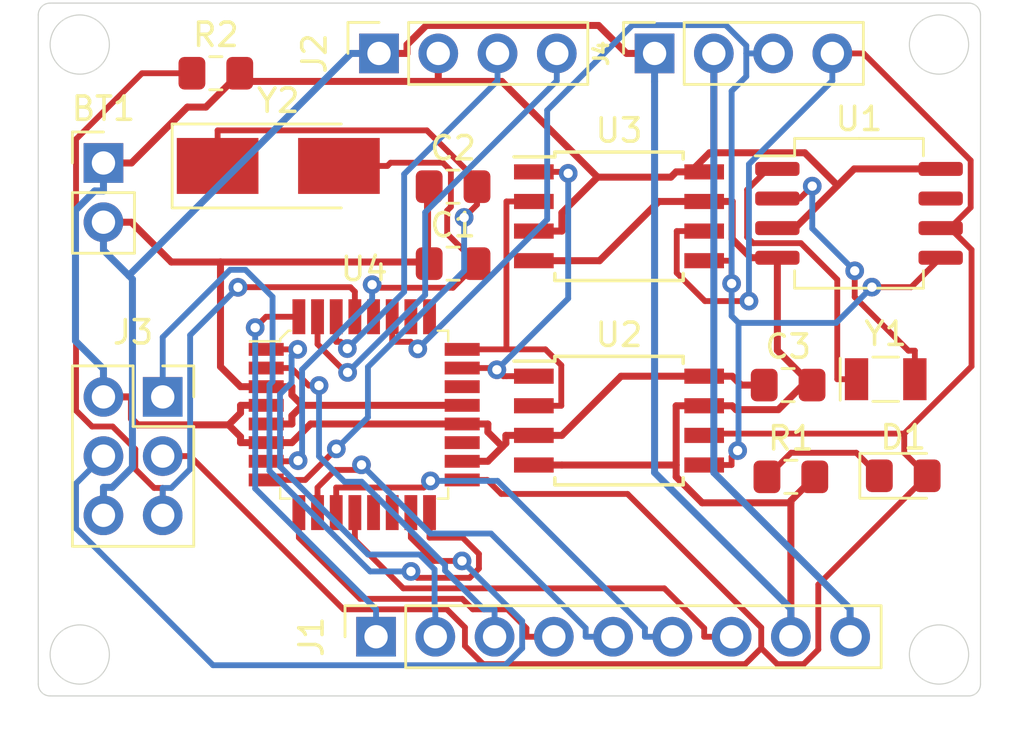
<source format=kicad_pcb>
(kicad_pcb (version 20171130) (host pcbnew "(5.1.6)-1")

  (general
    (thickness 1.6)
    (drawings 12)
    (tracks 392)
    (zones 0)
    (modules 17)
    (nets 32)
  )

  (page A4)
  (title_block
    (title "Arduino Battery Power Clone with Extended EEPORM and Clock")
    (date 2020-07-17)
    (rev 1)
    (company Prince)
    (comment 1 "Design by Emmanuel")
  )

  (layers
    (0 F.Cu signal)
    (1 In1.Cu power)
    (2 In2.Cu power)
    (31 B.Cu mixed)
    (32 B.Adhes user)
    (33 F.Adhes user)
    (34 B.Paste user)
    (35 F.Paste user)
    (36 B.SilkS user)
    (37 F.SilkS user)
    (38 B.Mask user)
    (39 F.Mask user)
    (40 Dwgs.User user)
    (41 Cmts.User user)
    (42 Eco1.User user)
    (43 Eco2.User user)
    (44 Edge.Cuts user)
    (45 Margin user)
    (46 B.CrtYd user)
    (47 F.CrtYd user)
    (48 B.Fab user)
    (49 F.Fab user)
  )

  (setup
    (last_trace_width 0.25)
    (user_trace_width 0.3)
    (trace_clearance 0.2)
    (zone_clearance 0.508)
    (zone_45_only no)
    (trace_min 0.2)
    (via_size 0.8)
    (via_drill 0.4)
    (via_min_size 0.4)
    (via_min_drill 0.3)
    (user_via 1 0.6)
    (uvia_size 0.3)
    (uvia_drill 0.1)
    (uvias_allowed no)
    (uvia_min_size 0.2)
    (uvia_min_drill 0.1)
    (edge_width 0.05)
    (segment_width 0.2)
    (pcb_text_width 0.3)
    (pcb_text_size 1.5 1.5)
    (mod_edge_width 0.12)
    (mod_text_size 1 1)
    (mod_text_width 0.15)
    (pad_size 1.524 1.524)
    (pad_drill 0.762)
    (pad_to_mask_clearance 0.05)
    (aux_axis_origin 0 0)
    (visible_elements 7FFFFFFF)
    (pcbplotparams
      (layerselection 0x010fc_ffffffff)
      (usegerberextensions true)
      (usegerberattributes true)
      (usegerberadvancedattributes true)
      (creategerberjobfile true)
      (excludeedgelayer true)
      (linewidth 0.100000)
      (plotframeref false)
      (viasonmask false)
      (mode 1)
      (useauxorigin false)
      (hpglpennumber 1)
      (hpglpenspeed 20)
      (hpglpendiameter 15.000000)
      (psnegative false)
      (psa4output false)
      (plotreference true)
      (plotvalue true)
      (plotinvisibletext false)
      (padsonsilk false)
      (subtractmaskfromsilk false)
      (outputformat 1)
      (mirror false)
      (drillshape 0)
      (scaleselection 1)
      (outputdirectory "BACEE-Gerbers/"))
  )

  (net 0 "")
  (net 1 /VCC)
  (net 2 GNDPWR)
  (net 3 "Net-(C1-Pad2)")
  (net 4 "Net-(C2-Pad2)")
  (net 5 "Net-(D1-Pad1)")
  (net 6 /SCK)
  (net 7 /D2)
  (net 8 /D3)
  (net 9 /D4)
  (net 10 /D5)
  (net 11 /D6)
  (net 12 /D7)
  (net 13 /D8)
  (net 14 /TX)
  (net 15 /RX)
  (net 16 /MISO)
  (net 17 /MOSI)
  (net 18 /RESET)
  (net 19 /SDA)
  (net 20 "Net-(U1-Pad1)")
  (net 21 "Net-(U1-Pad2)")
  (net 22 "Net-(U1-Pad7)")
  (net 23 /ADDS2)
  (net 24 /ADDS1)
  (net 25 "Net-(U4-Pad13)")
  (net 26 "Net-(U4-Pad14)")
  (net 27 "Net-(U4-Pad19)")
  (net 28 "Net-(U4-Pad22)")
  (net 29 "Net-(U4-Pad25)")
  (net 30 "Net-(U4-Pad26)")
  (net 31 "Net-(U4-Pad28)")

  (net_class Default "This is the default net class."
    (clearance 0.2)
    (trace_width 0.25)
    (via_dia 0.8)
    (via_drill 0.4)
    (uvia_dia 0.3)
    (uvia_drill 0.1)
    (add_net /ADDS1)
    (add_net /ADDS2)
    (add_net /D2)
    (add_net /D3)
    (add_net /D4)
    (add_net /D5)
    (add_net /D6)
    (add_net /D7)
    (add_net /D8)
    (add_net /MISO)
    (add_net /MOSI)
    (add_net /RESET)
    (add_net /RX)
    (add_net /SCK)
    (add_net /SDA)
    (add_net /TX)
    (add_net "Net-(C1-Pad2)")
    (add_net "Net-(C2-Pad2)")
    (add_net "Net-(D1-Pad1)")
    (add_net "Net-(U1-Pad1)")
    (add_net "Net-(U1-Pad2)")
    (add_net "Net-(U1-Pad7)")
    (add_net "Net-(U4-Pad13)")
    (add_net "Net-(U4-Pad14)")
    (add_net "Net-(U4-Pad19)")
    (add_net "Net-(U4-Pad22)")
    (add_net "Net-(U4-Pad25)")
    (add_net "Net-(U4-Pad26)")
    (add_net "Net-(U4-Pad28)")
  )

  (net_class Power ""
    (clearance 0.2)
    (trace_width 0.3)
    (via_dia 1)
    (via_drill 0.6)
    (uvia_dia 0.3)
    (uvia_drill 0.1)
    (add_net /VCC)
    (add_net GNDPWR)
  )

  (module Connector_PinHeader_2.54mm:PinHeader_1x02_P2.54mm_Vertical (layer F.Cu) (tedit 59FED5CC) (tstamp 5F124B17)
    (at 54.61 95.758)
    (descr "Through hole straight pin header, 1x02, 2.54mm pitch, single row")
    (tags "Through hole pin header THT 1x02 2.54mm single row")
    (path /5F0CDB03)
    (fp_text reference BT1 (at 0 -2.33) (layer F.SilkS)
      (effects (font (size 1 1) (thickness 0.15)))
    )
    (fp_text value "Battery  3V" (at 0 4.87) (layer F.Fab)
      (effects (font (size 1 1) (thickness 0.15)))
    )
    (fp_line (start 1.8 -1.8) (end -1.8 -1.8) (layer F.CrtYd) (width 0.05))
    (fp_line (start 1.8 4.35) (end 1.8 -1.8) (layer F.CrtYd) (width 0.05))
    (fp_line (start -1.8 4.35) (end 1.8 4.35) (layer F.CrtYd) (width 0.05))
    (fp_line (start -1.8 -1.8) (end -1.8 4.35) (layer F.CrtYd) (width 0.05))
    (fp_line (start -1.33 -1.33) (end 0 -1.33) (layer F.SilkS) (width 0.12))
    (fp_line (start -1.33 0) (end -1.33 -1.33) (layer F.SilkS) (width 0.12))
    (fp_line (start -1.33 1.27) (end 1.33 1.27) (layer F.SilkS) (width 0.12))
    (fp_line (start 1.33 1.27) (end 1.33 3.87) (layer F.SilkS) (width 0.12))
    (fp_line (start -1.33 1.27) (end -1.33 3.87) (layer F.SilkS) (width 0.12))
    (fp_line (start -1.33 3.87) (end 1.33 3.87) (layer F.SilkS) (width 0.12))
    (fp_line (start -1.27 -0.635) (end -0.635 -1.27) (layer F.Fab) (width 0.1))
    (fp_line (start -1.27 3.81) (end -1.27 -0.635) (layer F.Fab) (width 0.1))
    (fp_line (start 1.27 3.81) (end -1.27 3.81) (layer F.Fab) (width 0.1))
    (fp_line (start 1.27 -1.27) (end 1.27 3.81) (layer F.Fab) (width 0.1))
    (fp_line (start -0.635 -1.27) (end 1.27 -1.27) (layer F.Fab) (width 0.1))
    (fp_text user %R (at 0 1.27 90) (layer F.Fab)
      (effects (font (size 1 1) (thickness 0.15)))
    )
    (pad 1 thru_hole rect (at 0 0) (size 1.7 1.7) (drill 1) (layers *.Cu *.Mask)
      (net 1 /VCC))
    (pad 2 thru_hole oval (at 0 2.54) (size 1.7 1.7) (drill 1) (layers *.Cu *.Mask)
      (net 2 GNDPWR))
    (model ${KISYS3DMOD}/Connector_PinHeader_2.54mm.3dshapes/PinHeader_1x02_P2.54mm_Vertical.wrl
      (at (xyz 0 0 0))
      (scale (xyz 1 1 1))
      (rotate (xyz 0 0 0))
    )
  )

  (module Capacitor_SMD:C_0805_2012Metric_Pad1.15x1.40mm_HandSolder (layer F.Cu) (tedit 5B36C52B) (tstamp 5F124B28)
    (at 69.596 100.076)
    (descr "Capacitor SMD 0805 (2012 Metric), square (rectangular) end terminal, IPC_7351 nominal with elongated pad for handsoldering. (Body size source: https://docs.google.com/spreadsheets/d/1BsfQQcO9C6DZCsRaXUlFlo91Tg2WpOkGARC1WS5S8t0/edit?usp=sharing), generated with kicad-footprint-generator")
    (tags "capacitor handsolder")
    (path /5F0CEA38)
    (attr smd)
    (fp_text reference C1 (at 0 -1.65) (layer F.SilkS)
      (effects (font (size 1 1) (thickness 0.15)))
    )
    (fp_text value 22pF (at 0 1.65) (layer F.Fab)
      (effects (font (size 1 1) (thickness 0.15)))
    )
    (fp_line (start 1.85 0.95) (end -1.85 0.95) (layer F.CrtYd) (width 0.05))
    (fp_line (start 1.85 -0.95) (end 1.85 0.95) (layer F.CrtYd) (width 0.05))
    (fp_line (start -1.85 -0.95) (end 1.85 -0.95) (layer F.CrtYd) (width 0.05))
    (fp_line (start -1.85 0.95) (end -1.85 -0.95) (layer F.CrtYd) (width 0.05))
    (fp_line (start -0.261252 0.71) (end 0.261252 0.71) (layer F.SilkS) (width 0.12))
    (fp_line (start -0.261252 -0.71) (end 0.261252 -0.71) (layer F.SilkS) (width 0.12))
    (fp_line (start 1 0.6) (end -1 0.6) (layer F.Fab) (width 0.1))
    (fp_line (start 1 -0.6) (end 1 0.6) (layer F.Fab) (width 0.1))
    (fp_line (start -1 -0.6) (end 1 -0.6) (layer F.Fab) (width 0.1))
    (fp_line (start -1 0.6) (end -1 -0.6) (layer F.Fab) (width 0.1))
    (fp_text user %R (at 0 0) (layer F.Fab)
      (effects (font (size 0.5 0.5) (thickness 0.08)))
    )
    (pad 1 smd roundrect (at -1.025 0) (size 1.15 1.4) (layers F.Cu F.Paste F.Mask) (roundrect_rratio 0.217391)
      (net 2 GNDPWR))
    (pad 2 smd roundrect (at 1.025 0) (size 1.15 1.4) (layers F.Cu F.Paste F.Mask) (roundrect_rratio 0.217391)
      (net 3 "Net-(C1-Pad2)"))
    (model ${KISYS3DMOD}/Capacitor_SMD.3dshapes/C_0805_2012Metric.wrl
      (at (xyz 0 0 0))
      (scale (xyz 1 1 1))
      (rotate (xyz 0 0 0))
    )
  )

  (module Capacitor_SMD:C_0805_2012Metric_Pad1.15x1.40mm_HandSolder (layer F.Cu) (tedit 5B36C52B) (tstamp 5F13CA71)
    (at 69.596 96.774)
    (descr "Capacitor SMD 0805 (2012 Metric), square (rectangular) end terminal, IPC_7351 nominal with elongated pad for handsoldering. (Body size source: https://docs.google.com/spreadsheets/d/1BsfQQcO9C6DZCsRaXUlFlo91Tg2WpOkGARC1WS5S8t0/edit?usp=sharing), generated with kicad-footprint-generator")
    (tags "capacitor handsolder")
    (path /5F0CF2D4)
    (attr smd)
    (fp_text reference C2 (at 0 -1.65) (layer F.SilkS)
      (effects (font (size 1 1) (thickness 0.15)))
    )
    (fp_text value 22pF (at 0 1.65) (layer F.Fab)
      (effects (font (size 1 1) (thickness 0.15)))
    )
    (fp_line (start -1 0.6) (end -1 -0.6) (layer F.Fab) (width 0.1))
    (fp_line (start -1 -0.6) (end 1 -0.6) (layer F.Fab) (width 0.1))
    (fp_line (start 1 -0.6) (end 1 0.6) (layer F.Fab) (width 0.1))
    (fp_line (start 1 0.6) (end -1 0.6) (layer F.Fab) (width 0.1))
    (fp_line (start -0.261252 -0.71) (end 0.261252 -0.71) (layer F.SilkS) (width 0.12))
    (fp_line (start -0.261252 0.71) (end 0.261252 0.71) (layer F.SilkS) (width 0.12))
    (fp_line (start -1.85 0.95) (end -1.85 -0.95) (layer F.CrtYd) (width 0.05))
    (fp_line (start -1.85 -0.95) (end 1.85 -0.95) (layer F.CrtYd) (width 0.05))
    (fp_line (start 1.85 -0.95) (end 1.85 0.95) (layer F.CrtYd) (width 0.05))
    (fp_line (start 1.85 0.95) (end -1.85 0.95) (layer F.CrtYd) (width 0.05))
    (fp_text user %R (at 0 0) (layer F.Fab)
      (effects (font (size 0.5 0.5) (thickness 0.08)))
    )
    (pad 2 smd roundrect (at 1.025 0) (size 1.15 1.4) (layers F.Cu F.Paste F.Mask) (roundrect_rratio 0.217391)
      (net 4 "Net-(C2-Pad2)"))
    (pad 1 smd roundrect (at -1.025 0) (size 1.15 1.4) (layers F.Cu F.Paste F.Mask) (roundrect_rratio 0.217391)
      (net 2 GNDPWR))
    (model ${KISYS3DMOD}/Capacitor_SMD.3dshapes/C_0805_2012Metric.wrl
      (at (xyz 0 0 0))
      (scale (xyz 1 1 1))
      (rotate (xyz 0 0 0))
    )
  )

  (module Capacitor_SMD:C_0805_2012Metric_Pad1.15x1.40mm_HandSolder (layer F.Cu) (tedit 5B36C52B) (tstamp 5F124B4A)
    (at 83.956 105.283)
    (descr "Capacitor SMD 0805 (2012 Metric), square (rectangular) end terminal, IPC_7351 nominal with elongated pad for handsoldering. (Body size source: https://docs.google.com/spreadsheets/d/1BsfQQcO9C6DZCsRaXUlFlo91Tg2WpOkGARC1WS5S8t0/edit?usp=sharing), generated with kicad-footprint-generator")
    (tags "capacitor handsolder")
    (path /5F0CF8DC)
    (attr smd)
    (fp_text reference C3 (at 0 -1.65) (layer F.SilkS)
      (effects (font (size 1 1) (thickness 0.15)))
    )
    (fp_text value 10uF (at 0 1.65) (layer F.Fab)
      (effects (font (size 1 1) (thickness 0.15)))
    )
    (fp_line (start 1.85 0.95) (end -1.85 0.95) (layer F.CrtYd) (width 0.05))
    (fp_line (start 1.85 -0.95) (end 1.85 0.95) (layer F.CrtYd) (width 0.05))
    (fp_line (start -1.85 -0.95) (end 1.85 -0.95) (layer F.CrtYd) (width 0.05))
    (fp_line (start -1.85 0.95) (end -1.85 -0.95) (layer F.CrtYd) (width 0.05))
    (fp_line (start -0.261252 0.71) (end 0.261252 0.71) (layer F.SilkS) (width 0.12))
    (fp_line (start -0.261252 -0.71) (end 0.261252 -0.71) (layer F.SilkS) (width 0.12))
    (fp_line (start 1 0.6) (end -1 0.6) (layer F.Fab) (width 0.1))
    (fp_line (start 1 -0.6) (end 1 0.6) (layer F.Fab) (width 0.1))
    (fp_line (start -1 -0.6) (end 1 -0.6) (layer F.Fab) (width 0.1))
    (fp_line (start -1 0.6) (end -1 -0.6) (layer F.Fab) (width 0.1))
    (fp_text user %R (at 0 0) (layer F.Fab)
      (effects (font (size 0.5 0.5) (thickness 0.08)))
    )
    (pad 1 smd roundrect (at -1.025 0) (size 1.15 1.4) (layers F.Cu F.Paste F.Mask) (roundrect_rratio 0.217391)
      (net 1 /VCC))
    (pad 2 smd roundrect (at 1.025 0) (size 1.15 1.4) (layers F.Cu F.Paste F.Mask) (roundrect_rratio 0.217391)
      (net 2 GNDPWR))
    (model ${KISYS3DMOD}/Capacitor_SMD.3dshapes/C_0805_2012Metric.wrl
      (at (xyz 0 0 0))
      (scale (xyz 1 1 1))
      (rotate (xyz 0 0 0))
    )
  )

  (module LED_SMD:LED_0805_2012Metric_Pad1.15x1.40mm_HandSolder (layer F.Cu) (tedit 5B4B45C9) (tstamp 5F124B5D)
    (at 88.891 109.175)
    (descr "LED SMD 0805 (2012 Metric), square (rectangular) end terminal, IPC_7351 nominal, (Body size source: https://docs.google.com/spreadsheets/d/1BsfQQcO9C6DZCsRaXUlFlo91Tg2WpOkGARC1WS5S8t0/edit?usp=sharing), generated with kicad-footprint-generator")
    (tags "LED handsolder")
    (path /5F0CFE76)
    (attr smd)
    (fp_text reference D1 (at 0 -1.65) (layer F.SilkS)
      (effects (font (size 1 1) (thickness 0.15)))
    )
    (fp_text value LED (at 0 1.65) (layer F.Fab)
      (effects (font (size 1 1) (thickness 0.15)))
    )
    (fp_line (start 1.85 0.95) (end -1.85 0.95) (layer F.CrtYd) (width 0.05))
    (fp_line (start 1.85 -0.95) (end 1.85 0.95) (layer F.CrtYd) (width 0.05))
    (fp_line (start -1.85 -0.95) (end 1.85 -0.95) (layer F.CrtYd) (width 0.05))
    (fp_line (start -1.85 0.95) (end -1.85 -0.95) (layer F.CrtYd) (width 0.05))
    (fp_line (start -1.86 0.96) (end 1 0.96) (layer F.SilkS) (width 0.12))
    (fp_line (start -1.86 -0.96) (end -1.86 0.96) (layer F.SilkS) (width 0.12))
    (fp_line (start 1 -0.96) (end -1.86 -0.96) (layer F.SilkS) (width 0.12))
    (fp_line (start 1 0.6) (end 1 -0.6) (layer F.Fab) (width 0.1))
    (fp_line (start -1 0.6) (end 1 0.6) (layer F.Fab) (width 0.1))
    (fp_line (start -1 -0.3) (end -1 0.6) (layer F.Fab) (width 0.1))
    (fp_line (start -0.7 -0.6) (end -1 -0.3) (layer F.Fab) (width 0.1))
    (fp_line (start 1 -0.6) (end -0.7 -0.6) (layer F.Fab) (width 0.1))
    (fp_text user %R (at 0 0) (layer F.Fab)
      (effects (font (size 0.5 0.5) (thickness 0.08)))
    )
    (pad 1 smd roundrect (at -1.025 0) (size 1.15 1.4) (layers F.Cu F.Paste F.Mask) (roundrect_rratio 0.217391)
      (net 5 "Net-(D1-Pad1)"))
    (pad 2 smd roundrect (at 1.025 0) (size 1.15 1.4) (layers F.Cu F.Paste F.Mask) (roundrect_rratio 0.217391)
      (net 6 /SCK))
    (model ${KISYS3DMOD}/LED_SMD.3dshapes/LED_0805_2012Metric.wrl
      (at (xyz 0 0 0))
      (scale (xyz 1 1 1))
      (rotate (xyz 0 0 0))
    )
  )

  (module Connector_PinSocket_2.54mm:PinSocket_1x09_P2.54mm_Vertical (layer F.Cu) (tedit 5A19A431) (tstamp 5F124B7A)
    (at 66.294 116.078 90)
    (descr "Through hole straight socket strip, 1x09, 2.54mm pitch, single row (from Kicad 4.0.7), script generated")
    (tags "Through hole socket strip THT 1x09 2.54mm single row")
    (path /5F0D3531/5F0D3D13)
    (fp_text reference J1 (at 0 -2.77 90) (layer F.SilkS)
      (effects (font (size 1 1) (thickness 0.15)))
    )
    (fp_text value "Digital pins" (at 0 23.09 90) (layer F.Fab)
      (effects (font (size 1 1) (thickness 0.15)))
    )
    (fp_line (start -1.8 22.1) (end -1.8 -1.8) (layer F.CrtYd) (width 0.05))
    (fp_line (start 1.75 22.1) (end -1.8 22.1) (layer F.CrtYd) (width 0.05))
    (fp_line (start 1.75 -1.8) (end 1.75 22.1) (layer F.CrtYd) (width 0.05))
    (fp_line (start -1.8 -1.8) (end 1.75 -1.8) (layer F.CrtYd) (width 0.05))
    (fp_line (start 0 -1.33) (end 1.33 -1.33) (layer F.SilkS) (width 0.12))
    (fp_line (start 1.33 -1.33) (end 1.33 0) (layer F.SilkS) (width 0.12))
    (fp_line (start 1.33 1.27) (end 1.33 21.65) (layer F.SilkS) (width 0.12))
    (fp_line (start -1.33 21.65) (end 1.33 21.65) (layer F.SilkS) (width 0.12))
    (fp_line (start -1.33 1.27) (end -1.33 21.65) (layer F.SilkS) (width 0.12))
    (fp_line (start -1.33 1.27) (end 1.33 1.27) (layer F.SilkS) (width 0.12))
    (fp_line (start -1.27 21.59) (end -1.27 -1.27) (layer F.Fab) (width 0.1))
    (fp_line (start 1.27 21.59) (end -1.27 21.59) (layer F.Fab) (width 0.1))
    (fp_line (start 1.27 -0.635) (end 1.27 21.59) (layer F.Fab) (width 0.1))
    (fp_line (start 0.635 -1.27) (end 1.27 -0.635) (layer F.Fab) (width 0.1))
    (fp_line (start -1.27 -1.27) (end 0.635 -1.27) (layer F.Fab) (width 0.1))
    (fp_text user %R (at 0 10.16) (layer F.Fab)
      (effects (font (size 1 1) (thickness 0.15)))
    )
    (pad 1 thru_hole rect (at 0 0 90) (size 1.7 1.7) (drill 1) (layers *.Cu *.Mask)
      (net 7 /D2))
    (pad 2 thru_hole oval (at 0 2.54 90) (size 1.7 1.7) (drill 1) (layers *.Cu *.Mask)
      (net 8 /D3))
    (pad 3 thru_hole oval (at 0 5.08 90) (size 1.7 1.7) (drill 1) (layers *.Cu *.Mask)
      (net 9 /D4))
    (pad 4 thru_hole oval (at 0 7.62 90) (size 1.7 1.7) (drill 1) (layers *.Cu *.Mask)
      (net 10 /D5))
    (pad 5 thru_hole oval (at 0 10.16 90) (size 1.7 1.7) (drill 1) (layers *.Cu *.Mask)
      (net 11 /D6))
    (pad 6 thru_hole oval (at 0 12.7 90) (size 1.7 1.7) (drill 1) (layers *.Cu *.Mask)
      (net 12 /D7))
    (pad 7 thru_hole oval (at 0 15.24 90) (size 1.7 1.7) (drill 1) (layers *.Cu *.Mask)
      (net 13 /D8))
    (pad 8 thru_hole oval (at 0 17.78 90) (size 1.7 1.7) (drill 1) (layers *.Cu *.Mask)
      (net 2 GNDPWR))
    (pad 9 thru_hole oval (at 0 20.32 90) (size 1.7 1.7) (drill 1) (layers *.Cu *.Mask)
      (net 1 /VCC))
    (model ${KISYS3DMOD}/Connector_PinSocket_2.54mm.3dshapes/PinSocket_1x09_P2.54mm_Vertical.wrl
      (at (xyz 0 0 0))
      (scale (xyz 1 1 1))
      (rotate (xyz 0 0 0))
    )
  )

  (module Connector_PinSocket_2.54mm:PinSocket_1x04_P2.54mm_Vertical (layer F.Cu) (tedit 5A19A429) (tstamp 5F13B965)
    (at 66.421 91.059 90)
    (descr "Through hole straight socket strip, 1x04, 2.54mm pitch, single row (from Kicad 4.0.7), script generated")
    (tags "Through hole socket strip THT 1x04 2.54mm single row")
    (path /5F0D3531/5F0D4D1E)
    (fp_text reference J2 (at 0 -2.77 90) (layer F.SilkS)
      (effects (font (size 1 1) (thickness 0.15)))
    )
    (fp_text value Serial (at 0 10.39 90) (layer F.Fab)
      (effects (font (size 1 1) (thickness 0.15)))
    )
    (fp_line (start -1.27 -1.27) (end 0.635 -1.27) (layer F.Fab) (width 0.1))
    (fp_line (start 0.635 -1.27) (end 1.27 -0.635) (layer F.Fab) (width 0.1))
    (fp_line (start 1.27 -0.635) (end 1.27 8.89) (layer F.Fab) (width 0.1))
    (fp_line (start 1.27 8.89) (end -1.27 8.89) (layer F.Fab) (width 0.1))
    (fp_line (start -1.27 8.89) (end -1.27 -1.27) (layer F.Fab) (width 0.1))
    (fp_line (start -1.33 1.27) (end 1.33 1.27) (layer F.SilkS) (width 0.12))
    (fp_line (start -1.33 1.27) (end -1.33 8.95) (layer F.SilkS) (width 0.12))
    (fp_line (start -1.33 8.95) (end 1.33 8.95) (layer F.SilkS) (width 0.12))
    (fp_line (start 1.33 1.27) (end 1.33 8.95) (layer F.SilkS) (width 0.12))
    (fp_line (start 1.33 -1.33) (end 1.33 0) (layer F.SilkS) (width 0.12))
    (fp_line (start 0 -1.33) (end 1.33 -1.33) (layer F.SilkS) (width 0.12))
    (fp_line (start -1.8 -1.8) (end 1.75 -1.8) (layer F.CrtYd) (width 0.05))
    (fp_line (start 1.75 -1.8) (end 1.75 9.4) (layer F.CrtYd) (width 0.05))
    (fp_line (start 1.75 9.4) (end -1.8 9.4) (layer F.CrtYd) (width 0.05))
    (fp_line (start -1.8 9.4) (end -1.8 -1.8) (layer F.CrtYd) (width 0.05))
    (fp_text user %R (at 0 3.81) (layer F.Fab)
      (effects (font (size 1 1) (thickness 0.15)))
    )
    (pad 4 thru_hole oval (at 0 7.62 90) (size 1.7 1.7) (drill 1) (layers *.Cu *.Mask)
      (net 14 /TX))
    (pad 3 thru_hole oval (at 0 5.08 90) (size 1.7 1.7) (drill 1) (layers *.Cu *.Mask)
      (net 15 /RX))
    (pad 2 thru_hole oval (at 0 2.54 90) (size 1.7 1.7) (drill 1) (layers *.Cu *.Mask)
      (net 1 /VCC))
    (pad 1 thru_hole rect (at 0 0 90) (size 1.7 1.7) (drill 1) (layers *.Cu *.Mask)
      (net 2 GNDPWR))
    (model ${KISYS3DMOD}/Connector_PinSocket_2.54mm.3dshapes/PinSocket_1x04_P2.54mm_Vertical.wrl
      (at (xyz 0 0 0))
      (scale (xyz 1 1 1))
      (rotate (xyz 0 0 0))
    )
  )

  (module Connector_PinSocket_2.54mm:PinSocket_2x03_P2.54mm_Vertical (layer F.Cu) (tedit 5A19A425) (tstamp 5F12507B)
    (at 57.15 105.791)
    (descr "Through hole straight socket strip, 2x03, 2.54mm pitch, double cols (from Kicad 4.0.7), script generated")
    (tags "Through hole socket strip THT 2x03 2.54mm double row")
    (path /5F0D3531/5F0D5455)
    (fp_text reference J3 (at -1.27 -2.77) (layer F.SilkS)
      (effects (font (size 1 1) (thickness 0.15)))
    )
    (fp_text value ICSP (at -1.27 7.85) (layer F.Fab)
      (effects (font (size 1 1) (thickness 0.15)))
    )
    (fp_line (start -4.34 6.85) (end -4.34 -1.8) (layer F.CrtYd) (width 0.05))
    (fp_line (start 1.76 6.85) (end -4.34 6.85) (layer F.CrtYd) (width 0.05))
    (fp_line (start 1.76 -1.8) (end 1.76 6.85) (layer F.CrtYd) (width 0.05))
    (fp_line (start -4.34 -1.8) (end 1.76 -1.8) (layer F.CrtYd) (width 0.05))
    (fp_line (start 0 -1.33) (end 1.33 -1.33) (layer F.SilkS) (width 0.12))
    (fp_line (start 1.33 -1.33) (end 1.33 0) (layer F.SilkS) (width 0.12))
    (fp_line (start -1.27 -1.33) (end -1.27 1.27) (layer F.SilkS) (width 0.12))
    (fp_line (start -1.27 1.27) (end 1.33 1.27) (layer F.SilkS) (width 0.12))
    (fp_line (start 1.33 1.27) (end 1.33 6.41) (layer F.SilkS) (width 0.12))
    (fp_line (start -3.87 6.41) (end 1.33 6.41) (layer F.SilkS) (width 0.12))
    (fp_line (start -3.87 -1.33) (end -3.87 6.41) (layer F.SilkS) (width 0.12))
    (fp_line (start -3.87 -1.33) (end -1.27 -1.33) (layer F.SilkS) (width 0.12))
    (fp_line (start -3.81 6.35) (end -3.81 -1.27) (layer F.Fab) (width 0.1))
    (fp_line (start 1.27 6.35) (end -3.81 6.35) (layer F.Fab) (width 0.1))
    (fp_line (start 1.27 -0.27) (end 1.27 6.35) (layer F.Fab) (width 0.1))
    (fp_line (start 0.27 -1.27) (end 1.27 -0.27) (layer F.Fab) (width 0.1))
    (fp_line (start -3.81 -1.27) (end 0.27 -1.27) (layer F.Fab) (width 0.1))
    (fp_text user %R (at -1.27 2.54 90) (layer F.Fab)
      (effects (font (size 1 1) (thickness 0.15)))
    )
    (pad 1 thru_hole rect (at 0 0) (size 1.7 1.7) (drill 1) (layers *.Cu *.Mask)
      (net 16 /MISO))
    (pad 2 thru_hole oval (at -2.54 0) (size 1.7 1.7) (drill 1) (layers *.Cu *.Mask)
      (net 1 /VCC))
    (pad 3 thru_hole oval (at 0 2.54) (size 1.7 1.7) (drill 1) (layers *.Cu *.Mask)
      (net 6 /SCK))
    (pad 4 thru_hole oval (at -2.54 2.54) (size 1.7 1.7) (drill 1) (layers *.Cu *.Mask)
      (net 17 /MOSI))
    (pad 5 thru_hole oval (at 0 5.08) (size 1.7 1.7) (drill 1) (layers *.Cu *.Mask)
      (net 18 /RESET))
    (pad 6 thru_hole oval (at -2.54 5.08) (size 1.7 1.7) (drill 1) (layers *.Cu *.Mask)
      (net 2 GNDPWR))
    (model ${KISYS3DMOD}/Connector_PinSocket_2.54mm.3dshapes/PinSocket_2x03_P2.54mm_Vertical.wrl
      (at (xyz 0 0 0))
      (scale (xyz 1 1 1))
      (rotate (xyz 0 0 0))
    )
  )

  (module Connector_PinSocket_2.54mm:PinSocket_1x04_P2.54mm_Vertical (layer F.Cu) (tedit 5A19A429) (tstamp 5F13BD45)
    (at 78.232 91.059 90)
    (descr "Through hole straight socket strip, 1x04, 2.54mm pitch, single row (from Kicad 4.0.7), script generated")
    (tags "Through hole socket strip THT 1x04 2.54mm single row")
    (path /5F0D3531/5F0D5F3F)
    (fp_text reference J4 (at 0 -2.286 90) (layer F.SilkS)
      (effects (font (size 0.6 0.6) (thickness 0.15)))
    )
    (fp_text value I2C (at 0 10.39 90) (layer F.Fab)
      (effects (font (size 1 1) (thickness 0.15)))
    )
    (fp_line (start -1.8 9.4) (end -1.8 -1.8) (layer F.CrtYd) (width 0.05))
    (fp_line (start 1.75 9.4) (end -1.8 9.4) (layer F.CrtYd) (width 0.05))
    (fp_line (start 1.75 -1.8) (end 1.75 9.4) (layer F.CrtYd) (width 0.05))
    (fp_line (start -1.8 -1.8) (end 1.75 -1.8) (layer F.CrtYd) (width 0.05))
    (fp_line (start 0 -1.33) (end 1.33 -1.33) (layer F.SilkS) (width 0.12))
    (fp_line (start 1.33 -1.33) (end 1.33 0) (layer F.SilkS) (width 0.12))
    (fp_line (start 1.33 1.27) (end 1.33 8.95) (layer F.SilkS) (width 0.12))
    (fp_line (start -1.33 8.95) (end 1.33 8.95) (layer F.SilkS) (width 0.12))
    (fp_line (start -1.33 1.27) (end -1.33 8.95) (layer F.SilkS) (width 0.12))
    (fp_line (start -1.33 1.27) (end 1.33 1.27) (layer F.SilkS) (width 0.12))
    (fp_line (start -1.27 8.89) (end -1.27 -1.27) (layer F.Fab) (width 0.1))
    (fp_line (start 1.27 8.89) (end -1.27 8.89) (layer F.Fab) (width 0.1))
    (fp_line (start 1.27 -0.635) (end 1.27 8.89) (layer F.Fab) (width 0.1))
    (fp_line (start 0.635 -1.27) (end 1.27 -0.635) (layer F.Fab) (width 0.1))
    (fp_line (start -1.27 -1.27) (end 0.635 -1.27) (layer F.Fab) (width 0.1))
    (fp_text user %R (at 0 3.81) (layer F.Fab)
      (effects (font (size 1 1) (thickness 0.15)))
    )
    (pad 1 thru_hole rect (at 0 0 90) (size 1.7 1.7) (drill 1) (layers *.Cu *.Mask)
      (net 2 GNDPWR))
    (pad 2 thru_hole oval (at 0 2.54 90) (size 1.7 1.7) (drill 1) (layers *.Cu *.Mask)
      (net 1 /VCC))
    (pad 3 thru_hole oval (at 0 5.08 90) (size 1.7 1.7) (drill 1) (layers *.Cu *.Mask)
      (net 19 /SDA))
    (pad 4 thru_hole oval (at 0 7.62 90) (size 1.7 1.7) (drill 1) (layers *.Cu *.Mask)
      (net 6 /SCK))
    (model ${KISYS3DMOD}/Connector_PinSocket_2.54mm.3dshapes/PinSocket_1x04_P2.54mm_Vertical.wrl
      (at (xyz 0 0 0))
      (scale (xyz 1 1 1))
      (rotate (xyz 0 0 0))
    )
  )

  (module Resistor_SMD:R_0805_2012Metric_Pad1.15x1.40mm_HandSolder (layer F.Cu) (tedit 5B36C52B) (tstamp 5F13C1A2)
    (at 84.074 109.22)
    (descr "Resistor SMD 0805 (2012 Metric), square (rectangular) end terminal, IPC_7351 nominal with elongated pad for handsoldering. (Body size source: https://docs.google.com/spreadsheets/d/1BsfQQcO9C6DZCsRaXUlFlo91Tg2WpOkGARC1WS5S8t0/edit?usp=sharing), generated with kicad-footprint-generator")
    (tags "resistor handsolder")
    (path /5F0D09EF)
    (attr smd)
    (fp_text reference R1 (at 0 -1.65) (layer F.SilkS)
      (effects (font (size 1 1) (thickness 0.15)))
    )
    (fp_text value 330Ohm (at 0 1.65) (layer F.Fab)
      (effects (font (size 1 1) (thickness 0.15)))
    )
    (fp_line (start 1.85 0.95) (end -1.85 0.95) (layer F.CrtYd) (width 0.05))
    (fp_line (start 1.85 -0.95) (end 1.85 0.95) (layer F.CrtYd) (width 0.05))
    (fp_line (start -1.85 -0.95) (end 1.85 -0.95) (layer F.CrtYd) (width 0.05))
    (fp_line (start -1.85 0.95) (end -1.85 -0.95) (layer F.CrtYd) (width 0.05))
    (fp_line (start -0.261252 0.71) (end 0.261252 0.71) (layer F.SilkS) (width 0.12))
    (fp_line (start -0.261252 -0.71) (end 0.261252 -0.71) (layer F.SilkS) (width 0.12))
    (fp_line (start 1 0.6) (end -1 0.6) (layer F.Fab) (width 0.1))
    (fp_line (start 1 -0.6) (end 1 0.6) (layer F.Fab) (width 0.1))
    (fp_line (start -1 -0.6) (end 1 -0.6) (layer F.Fab) (width 0.1))
    (fp_line (start -1 0.6) (end -1 -0.6) (layer F.Fab) (width 0.1))
    (fp_text user %R (at 0 0) (layer F.Fab)
      (effects (font (size 0.5 0.5) (thickness 0.08)))
    )
    (pad 1 smd roundrect (at -1.025 0) (size 1.15 1.4) (layers F.Cu F.Paste F.Mask) (roundrect_rratio 0.217391)
      (net 5 "Net-(D1-Pad1)"))
    (pad 2 smd roundrect (at 1.025 0) (size 1.15 1.4) (layers F.Cu F.Paste F.Mask) (roundrect_rratio 0.217391)
      (net 2 GNDPWR))
    (model ${KISYS3DMOD}/Resistor_SMD.3dshapes/R_0805_2012Metric.wrl
      (at (xyz 0 0 0))
      (scale (xyz 1 1 1))
      (rotate (xyz 0 0 0))
    )
  )

  (module Resistor_SMD:R_0805_2012Metric_Pad1.15x1.40mm_HandSolder (layer F.Cu) (tedit 5B36C52B) (tstamp 5F124BE8)
    (at 59.427 91.909)
    (descr "Resistor SMD 0805 (2012 Metric), square (rectangular) end terminal, IPC_7351 nominal with elongated pad for handsoldering. (Body size source: https://docs.google.com/spreadsheets/d/1BsfQQcO9C6DZCsRaXUlFlo91Tg2WpOkGARC1WS5S8t0/edit?usp=sharing), generated with kicad-footprint-generator")
    (tags "resistor handsolder")
    (path /5F0D11B8)
    (attr smd)
    (fp_text reference R2 (at 0 -1.65) (layer F.SilkS)
      (effects (font (size 1 1) (thickness 0.15)))
    )
    (fp_text value 10kOhm (at 0 1.65) (layer F.Fab)
      (effects (font (size 1 1) (thickness 0.15)))
    )
    (fp_line (start -1 0.6) (end -1 -0.6) (layer F.Fab) (width 0.1))
    (fp_line (start -1 -0.6) (end 1 -0.6) (layer F.Fab) (width 0.1))
    (fp_line (start 1 -0.6) (end 1 0.6) (layer F.Fab) (width 0.1))
    (fp_line (start 1 0.6) (end -1 0.6) (layer F.Fab) (width 0.1))
    (fp_line (start -0.261252 -0.71) (end 0.261252 -0.71) (layer F.SilkS) (width 0.12))
    (fp_line (start -0.261252 0.71) (end 0.261252 0.71) (layer F.SilkS) (width 0.12))
    (fp_line (start -1.85 0.95) (end -1.85 -0.95) (layer F.CrtYd) (width 0.05))
    (fp_line (start -1.85 -0.95) (end 1.85 -0.95) (layer F.CrtYd) (width 0.05))
    (fp_line (start 1.85 -0.95) (end 1.85 0.95) (layer F.CrtYd) (width 0.05))
    (fp_line (start 1.85 0.95) (end -1.85 0.95) (layer F.CrtYd) (width 0.05))
    (fp_text user %R (at 0 0) (layer F.Fab)
      (effects (font (size 0.5 0.5) (thickness 0.08)))
    )
    (pad 2 smd roundrect (at 1.025 0) (size 1.15 1.4) (layers F.Cu F.Paste F.Mask) (roundrect_rratio 0.217391)
      (net 1 /VCC))
    (pad 1 smd roundrect (at -1.025 0) (size 1.15 1.4) (layers F.Cu F.Paste F.Mask) (roundrect_rratio 0.217391)
      (net 18 /RESET))
    (model ${KISYS3DMOD}/Resistor_SMD.3dshapes/R_0805_2012Metric.wrl
      (at (xyz 0 0 0))
      (scale (xyz 1 1 1))
      (rotate (xyz 0 0 0))
    )
  )

  (module Package_SO:SO-8_5.3x6.2mm_P1.27mm (layer F.Cu) (tedit 5EA5315B) (tstamp 5F124C07)
    (at 86.995 97.917)
    (descr "SO, 8 Pin (https://www.ti.com/lit/ml/msop001a/msop001a.pdf), generated with kicad-footprint-generator ipc_gullwing_generator.py")
    (tags "SO SO")
    (path /5F0DBCFF)
    (attr smd)
    (fp_text reference U1 (at 0 -4.05) (layer F.SilkS)
      (effects (font (size 1 1) (thickness 0.15)))
    )
    (fp_text value DS1337S (at 0 4.05) (layer F.Fab)
      (effects (font (size 1 1) (thickness 0.15)))
    )
    (fp_line (start 4.7 -3.35) (end -4.7 -3.35) (layer F.CrtYd) (width 0.05))
    (fp_line (start 4.7 3.35) (end 4.7 -3.35) (layer F.CrtYd) (width 0.05))
    (fp_line (start -4.7 3.35) (end 4.7 3.35) (layer F.CrtYd) (width 0.05))
    (fp_line (start -4.7 -3.35) (end -4.7 3.35) (layer F.CrtYd) (width 0.05))
    (fp_line (start -2.65 -2.1) (end -1.65 -3.1) (layer F.Fab) (width 0.1))
    (fp_line (start -2.65 3.1) (end -2.65 -2.1) (layer F.Fab) (width 0.1))
    (fp_line (start 2.65 3.1) (end -2.65 3.1) (layer F.Fab) (width 0.1))
    (fp_line (start 2.65 -3.1) (end 2.65 3.1) (layer F.Fab) (width 0.1))
    (fp_line (start -1.65 -3.1) (end 2.65 -3.1) (layer F.Fab) (width 0.1))
    (fp_line (start -2.76 -2.465) (end -4.45 -2.465) (layer F.SilkS) (width 0.12))
    (fp_line (start -2.76 -3.21) (end -2.76 -2.465) (layer F.SilkS) (width 0.12))
    (fp_line (start 0 -3.21) (end -2.76 -3.21) (layer F.SilkS) (width 0.12))
    (fp_line (start 2.76 -3.21) (end 2.76 -2.465) (layer F.SilkS) (width 0.12))
    (fp_line (start 0 -3.21) (end 2.76 -3.21) (layer F.SilkS) (width 0.12))
    (fp_line (start -2.76 3.21) (end -2.76 2.465) (layer F.SilkS) (width 0.12))
    (fp_line (start 0 3.21) (end -2.76 3.21) (layer F.SilkS) (width 0.12))
    (fp_line (start 2.76 3.21) (end 2.76 2.465) (layer F.SilkS) (width 0.12))
    (fp_line (start 0 3.21) (end 2.76 3.21) (layer F.SilkS) (width 0.12))
    (fp_text user %R (at 0 0) (layer F.Fab)
      (effects (font (size 1 1) (thickness 0.15)))
    )
    (pad 1 smd roundrect (at -3.5 -1.905) (size 1.9 0.6) (layers F.Cu F.Paste F.Mask) (roundrect_rratio 0.25)
      (net 20 "Net-(U1-Pad1)"))
    (pad 2 smd roundrect (at -3.5 -0.635) (size 1.9 0.6) (layers F.Cu F.Paste F.Mask) (roundrect_rratio 0.25)
      (net 21 "Net-(U1-Pad2)"))
    (pad 3 smd roundrect (at -3.5 0.635) (size 1.9 0.6) (layers F.Cu F.Paste F.Mask) (roundrect_rratio 0.25)
      (net 1 /VCC))
    (pad 4 smd roundrect (at -3.5 1.905) (size 1.9 0.6) (layers F.Cu F.Paste F.Mask) (roundrect_rratio 0.25)
      (net 2 GNDPWR))
    (pad 5 smd roundrect (at 3.5 1.905) (size 1.9 0.6) (layers F.Cu F.Paste F.Mask) (roundrect_rratio 0.25)
      (net 19 /SDA))
    (pad 6 smd roundrect (at 3.5 0.635) (size 1.9 0.6) (layers F.Cu F.Paste F.Mask) (roundrect_rratio 0.25)
      (net 6 /SCK))
    (pad 7 smd roundrect (at 3.5 -0.635) (size 1.9 0.6) (layers F.Cu F.Paste F.Mask) (roundrect_rratio 0.25)
      (net 22 "Net-(U1-Pad7)"))
    (pad 8 smd roundrect (at 3.5 -1.905) (size 1.9 0.6) (layers F.Cu F.Paste F.Mask) (roundrect_rratio 0.25)
      (net 1 /VCC))
    (model ${KISYS3DMOD}/Package_SO.3dshapes/SO-8_5.3x6.2mm_P1.27mm.wrl
      (at (xyz 0 0 0))
      (scale (xyz 1 1 1))
      (rotate (xyz 0 0 0))
    )
  )

  (module Package_SO:SOIJ-8_5.3x5.3mm_P1.27mm (layer F.Cu) (tedit 5A02F2D3) (tstamp 5F13BB7A)
    (at 76.708 106.807)
    (descr "8-Lead Plastic Small Outline (SM) - Medium, 5.28 mm Body [SOIC] (see Microchip Packaging Specification 00000049BS.pdf)")
    (tags "SOIC 1.27")
    (path /5F0EDBCB)
    (attr smd)
    (fp_text reference U2 (at 0 -3.68) (layer F.SilkS)
      (effects (font (size 1 1) (thickness 0.15)))
    )
    (fp_text value 24LC1025 (at 0 3.68) (layer F.Fab)
      (effects (font (size 1 1) (thickness 0.15)))
    )
    (fp_line (start -1.65 -2.65) (end 2.65 -2.65) (layer F.Fab) (width 0.15))
    (fp_line (start 2.65 -2.65) (end 2.65 2.65) (layer F.Fab) (width 0.15))
    (fp_line (start 2.65 2.65) (end -2.65 2.65) (layer F.Fab) (width 0.15))
    (fp_line (start -2.65 2.65) (end -2.65 -1.65) (layer F.Fab) (width 0.15))
    (fp_line (start -2.65 -1.65) (end -1.65 -2.65) (layer F.Fab) (width 0.15))
    (fp_line (start -4.75 -2.95) (end -4.75 2.95) (layer F.CrtYd) (width 0.05))
    (fp_line (start 4.75 -2.95) (end 4.75 2.95) (layer F.CrtYd) (width 0.05))
    (fp_line (start -4.75 -2.95) (end 4.75 -2.95) (layer F.CrtYd) (width 0.05))
    (fp_line (start -4.75 2.95) (end 4.75 2.95) (layer F.CrtYd) (width 0.05))
    (fp_line (start -2.75 -2.755) (end -2.75 -2.55) (layer F.SilkS) (width 0.15))
    (fp_line (start 2.75 -2.755) (end 2.75 -2.455) (layer F.SilkS) (width 0.15))
    (fp_line (start 2.75 2.755) (end 2.75 2.455) (layer F.SilkS) (width 0.15))
    (fp_line (start -2.75 2.755) (end -2.75 2.455) (layer F.SilkS) (width 0.15))
    (fp_line (start -2.75 -2.755) (end 2.75 -2.755) (layer F.SilkS) (width 0.15))
    (fp_line (start -2.75 2.755) (end 2.75 2.755) (layer F.SilkS) (width 0.15))
    (fp_line (start -2.75 -2.55) (end -4.5 -2.55) (layer F.SilkS) (width 0.15))
    (fp_text user %R (at 0 0) (layer F.Fab)
      (effects (font (size 1 1) (thickness 0.15)))
    )
    (pad 8 smd rect (at 3.65 -1.905) (size 1.7 0.65) (layers F.Cu F.Paste F.Mask)
      (net 1 /VCC))
    (pad 7 smd rect (at 3.65 -0.635) (size 1.7 0.65) (layers F.Cu F.Paste F.Mask)
      (net 2 GNDPWR))
    (pad 6 smd rect (at 3.65 0.635) (size 1.7 0.65) (layers F.Cu F.Paste F.Mask)
      (net 6 /SCK))
    (pad 5 smd rect (at 3.65 1.905) (size 1.7 0.65) (layers F.Cu F.Paste F.Mask)
      (net 19 /SDA))
    (pad 4 smd rect (at -3.65 1.905) (size 1.7 0.65) (layers F.Cu F.Paste F.Mask)
      (net 2 GNDPWR))
    (pad 3 smd rect (at -3.65 0.635) (size 1.7 0.65) (layers F.Cu F.Paste F.Mask)
      (net 1 /VCC))
    (pad 2 smd rect (at -3.65 -0.635) (size 1.7 0.65) (layers F.Cu F.Paste F.Mask)
      (net 23 /ADDS2))
    (pad 1 smd rect (at -3.65 -1.905) (size 1.7 0.65) (layers F.Cu F.Paste F.Mask)
      (net 24 /ADDS1))
    (model ${KISYS3DMOD}/Package_SO.3dshapes/SOIJ-8_5.3x5.3mm_P1.27mm.wrl
      (at (xyz 0 0 0))
      (scale (xyz 1 1 1))
      (rotate (xyz 0 0 0))
    )
  )

  (module Package_SO:SOIJ-8_5.3x5.3mm_P1.27mm (layer F.Cu) (tedit 5A02F2D3) (tstamp 5F124C41)
    (at 76.708 98.044)
    (descr "8-Lead Plastic Small Outline (SM) - Medium, 5.28 mm Body [SOIC] (see Microchip Packaging Specification 00000049BS.pdf)")
    (tags "SOIC 1.27")
    (path /5F0D1B59)
    (attr smd)
    (fp_text reference U3 (at 0 -3.68) (layer F.SilkS)
      (effects (font (size 1 1) (thickness 0.15)))
    )
    (fp_text value 24LC1025 (at 0 3.68) (layer F.Fab)
      (effects (font (size 1 1) (thickness 0.15)))
    )
    (fp_line (start -2.75 -2.55) (end -4.5 -2.55) (layer F.SilkS) (width 0.15))
    (fp_line (start -2.75 2.755) (end 2.75 2.755) (layer F.SilkS) (width 0.15))
    (fp_line (start -2.75 -2.755) (end 2.75 -2.755) (layer F.SilkS) (width 0.15))
    (fp_line (start -2.75 2.755) (end -2.75 2.455) (layer F.SilkS) (width 0.15))
    (fp_line (start 2.75 2.755) (end 2.75 2.455) (layer F.SilkS) (width 0.15))
    (fp_line (start 2.75 -2.755) (end 2.75 -2.455) (layer F.SilkS) (width 0.15))
    (fp_line (start -2.75 -2.755) (end -2.75 -2.55) (layer F.SilkS) (width 0.15))
    (fp_line (start -4.75 2.95) (end 4.75 2.95) (layer F.CrtYd) (width 0.05))
    (fp_line (start -4.75 -2.95) (end 4.75 -2.95) (layer F.CrtYd) (width 0.05))
    (fp_line (start 4.75 -2.95) (end 4.75 2.95) (layer F.CrtYd) (width 0.05))
    (fp_line (start -4.75 -2.95) (end -4.75 2.95) (layer F.CrtYd) (width 0.05))
    (fp_line (start -2.65 -1.65) (end -1.65 -2.65) (layer F.Fab) (width 0.15))
    (fp_line (start -2.65 2.65) (end -2.65 -1.65) (layer F.Fab) (width 0.15))
    (fp_line (start 2.65 2.65) (end -2.65 2.65) (layer F.Fab) (width 0.15))
    (fp_line (start 2.65 -2.65) (end 2.65 2.65) (layer F.Fab) (width 0.15))
    (fp_line (start -1.65 -2.65) (end 2.65 -2.65) (layer F.Fab) (width 0.15))
    (fp_text user %R (at 0 0) (layer F.Fab)
      (effects (font (size 1 1) (thickness 0.15)))
    )
    (pad 1 smd rect (at -3.65 -1.905) (size 1.7 0.65) (layers F.Cu F.Paste F.Mask)
      (net 24 /ADDS1))
    (pad 2 smd rect (at -3.65 -0.635) (size 1.7 0.65) (layers F.Cu F.Paste F.Mask)
      (net 23 /ADDS2))
    (pad 3 smd rect (at -3.65 0.635) (size 1.7 0.65) (layers F.Cu F.Paste F.Mask)
      (net 1 /VCC))
    (pad 4 smd rect (at -3.65 1.905) (size 1.7 0.65) (layers F.Cu F.Paste F.Mask)
      (net 2 GNDPWR))
    (pad 5 smd rect (at 3.65 1.905) (size 1.7 0.65) (layers F.Cu F.Paste F.Mask)
      (net 19 /SDA))
    (pad 6 smd rect (at 3.65 0.635) (size 1.7 0.65) (layers F.Cu F.Paste F.Mask)
      (net 6 /SCK))
    (pad 7 smd rect (at 3.65 -0.635) (size 1.7 0.65) (layers F.Cu F.Paste F.Mask)
      (net 2 GNDPWR))
    (pad 8 smd rect (at 3.65 -1.905) (size 1.7 0.65) (layers F.Cu F.Paste F.Mask)
      (net 1 /VCC))
    (model ${KISYS3DMOD}/Package_SO.3dshapes/SOIJ-8_5.3x5.3mm_P1.27mm.wrl
      (at (xyz 0 0 0))
      (scale (xyz 1 1 1))
      (rotate (xyz 0 0 0))
    )
  )

  (module digikey-footprints:TQFP-32_7x7mm (layer F.Cu) (tedit 5D28AA5E) (tstamp 5F124C79)
    (at 65.786 106.553)
    (descr http://www.atmel.com/Images/Atmel-8826-SEEPROM-PCB-Mounting-Guidelines-Surface-Mount-Packages-ApplicationNote.pdf)
    (path /5F0D825C)
    (attr smd)
    (fp_text reference U4 (at 0 -6.25) (layer F.SilkS)
      (effects (font (size 1 1) (thickness 0.15)))
    )
    (fp_text value ATMEGA328P-AU (at 0 6.2) (layer F.Fab)
      (effects (font (size 1 1) (thickness 0.15)))
    )
    (fp_line (start 3.5 -3.5) (end 3.5 3.5) (layer F.Fab) (width 0.1))
    (fp_line (start -3.5 3.5) (end 3.5 3.5) (layer F.Fab) (width 0.1))
    (fp_line (start -3.5 -3.2) (end -3.2 -3.5) (layer F.Fab) (width 0.1))
    (fp_line (start -3.2 -3.5) (end 3.5 -3.5) (layer F.Fab) (width 0.1))
    (fp_line (start -3.5 -3.2) (end -3.5 3.5) (layer F.Fab) (width 0.1))
    (fp_line (start -3.6 3.6) (end -3.6 3.15) (layer F.SilkS) (width 0.1))
    (fp_line (start -3.6 3.6) (end -3.15 3.6) (layer F.SilkS) (width 0.1))
    (fp_line (start 3.6 3.6) (end 3.15 3.6) (layer F.SilkS) (width 0.1))
    (fp_line (start 3.6 3.6) (end 3.6 3.15) (layer F.SilkS) (width 0.1))
    (fp_line (start 3.6 -3.6) (end 3.6 -3.15) (layer F.SilkS) (width 0.1))
    (fp_line (start 3.6 -3.6) (end 3.15 -3.6) (layer F.SilkS) (width 0.1))
    (fp_line (start -3.6 -3.15) (end -4.9 -3.15) (layer F.SilkS) (width 0.1))
    (fp_line (start -3.6 -3.25) (end -3.6 -3.15) (layer F.SilkS) (width 0.1))
    (fp_line (start -3.25 -3.6) (end -3.6 -3.25) (layer F.SilkS) (width 0.1))
    (fp_line (start -3.15 -3.6) (end -3.25 -3.6) (layer F.SilkS) (width 0.1))
    (fp_line (start -5.2 -5.2) (end 5.2 -5.2) (layer F.CrtYd) (width 0.05))
    (fp_line (start 5.2 -5.2) (end 5.2 5.2) (layer F.CrtYd) (width 0.05))
    (fp_line (start -5.2 -5.2) (end -5.2 5.2) (layer F.CrtYd) (width 0.05))
    (fp_line (start -5.2 5.2) (end 5.2 5.2) (layer F.CrtYd) (width 0.05))
    (fp_text user %R (at 0 0) (layer F.Fab)
      (effects (font (size 1 1) (thickness 0.15)))
    )
    (pad 9 smd rect (at -2.8 4.2) (size 0.55 1.5) (layers F.Cu F.Paste F.Mask)
      (net 10 /D5))
    (pad 1 smd rect (at -4.2 -2.8) (size 1.5 0.55) (layers F.Cu F.Paste F.Mask)
      (net 8 /D3))
    (pad 2 smd rect (at -4.2 -2) (size 1.5 0.55) (layers F.Cu F.Paste F.Mask)
      (net 9 /D4))
    (pad 3 smd rect (at -4.2 -1.2) (size 1.5 0.55) (layers F.Cu F.Paste F.Mask)
      (net 2 GNDPWR))
    (pad 4 smd rect (at -4.2 -0.4) (size 1.5 0.55) (layers F.Cu F.Paste F.Mask)
      (net 1 /VCC))
    (pad 5 smd rect (at -4.2 0.4) (size 1.5 0.55) (layers F.Cu F.Paste F.Mask)
      (net 2 GNDPWR))
    (pad 6 smd rect (at -4.2 1.2) (size 1.5 0.55) (layers F.Cu F.Paste F.Mask)
      (net 1 /VCC))
    (pad 7 smd rect (at -4.2 2) (size 1.5 0.55) (layers F.Cu F.Paste F.Mask)
      (net 3 "Net-(C1-Pad2)"))
    (pad 8 smd rect (at -4.2 2.8) (size 1.5 0.55) (layers F.Cu F.Paste F.Mask)
      (net 4 "Net-(C2-Pad2)"))
    (pad 10 smd rect (at -2 4.2) (size 0.55 1.5) (layers F.Cu F.Paste F.Mask)
      (net 11 /D6))
    (pad 11 smd rect (at -1.2 4.2) (size 0.55 1.5) (layers F.Cu F.Paste F.Mask)
      (net 12 /D7))
    (pad 12 smd rect (at -0.4 4.2) (size 0.55 1.5) (layers F.Cu F.Paste F.Mask)
      (net 13 /D8))
    (pad 13 smd rect (at 0.4 4.2) (size 0.55 1.5) (layers F.Cu F.Paste F.Mask)
      (net 25 "Net-(U4-Pad13)"))
    (pad 14 smd rect (at 1.2 4.2) (size 0.55 1.5) (layers F.Cu F.Paste F.Mask)
      (net 26 "Net-(U4-Pad14)"))
    (pad 15 smd rect (at 2 4.2) (size 0.55 1.5) (layers F.Cu F.Paste F.Mask)
      (net 17 /MOSI))
    (pad 16 smd rect (at 2.8 4.2) (size 0.55 1.5) (layers F.Cu F.Paste F.Mask)
      (net 16 /MISO))
    (pad 17 smd rect (at 4.2 2.8) (size 1.5 0.55) (layers F.Cu F.Paste F.Mask)
      (net 6 /SCK))
    (pad 18 smd rect (at 4.2 2) (size 1.5 0.55) (layers F.Cu F.Paste F.Mask)
      (net 1 /VCC))
    (pad 19 smd rect (at 4.2 1.2) (size 1.5 0.55) (layers F.Cu F.Paste F.Mask)
      (net 27 "Net-(U4-Pad19)"))
    (pad 20 smd rect (at 4.2 0.4) (size 1.5 0.55) (layers F.Cu F.Paste F.Mask)
      (net 1 /VCC))
    (pad 21 smd rect (at 4.2 -0.4) (size 1.5 0.55) (layers F.Cu F.Paste F.Mask)
      (net 2 GNDPWR))
    (pad 22 smd rect (at 4.2 -1.2) (size 1.5 0.55) (layers F.Cu F.Paste F.Mask)
      (net 28 "Net-(U4-Pad22)"))
    (pad 23 smd rect (at 4.2 -2) (size 1.5 0.55) (layers F.Cu F.Paste F.Mask)
      (net 24 /ADDS1))
    (pad 24 smd rect (at 4.2 -2.8) (size 1.5 0.55) (layers F.Cu F.Paste F.Mask)
      (net 23 /ADDS2))
    (pad 25 smd rect (at 2.8 -4.2) (size 0.55 1.5) (layers F.Cu F.Paste F.Mask)
      (net 29 "Net-(U4-Pad25)"))
    (pad 26 smd rect (at 2 -4.2) (size 0.55 1.5) (layers F.Cu F.Paste F.Mask)
      (net 30 "Net-(U4-Pad26)"))
    (pad 27 smd rect (at 1.2 -4.2) (size 0.55 1.5) (layers F.Cu F.Paste F.Mask)
      (net 19 /SDA))
    (pad 28 smd rect (at 0.4 -4.2) (size 0.55 1.5) (layers F.Cu F.Paste F.Mask)
      (net 31 "Net-(U4-Pad28)"))
    (pad 29 smd rect (at -0.4 -4.2) (size 0.55 1.5) (layers F.Cu F.Paste F.Mask)
      (net 18 /RESET))
    (pad 30 smd rect (at -1.2 -4.2) (size 0.55 1.5) (layers F.Cu F.Paste F.Mask)
      (net 15 /RX))
    (pad 31 smd rect (at -2 -4.2) (size 0.55 1.5) (layers F.Cu F.Paste F.Mask)
      (net 14 /TX))
    (pad 32 smd rect (at -2.8 -4.2) (size 0.55 1.5) (layers F.Cu F.Paste F.Mask)
      (net 7 /D2))
  )

  (module Crystal:Crystal_SMD_MicroCrystal_CC7V-T1A-2Pin_3.2x1.5mm (layer F.Cu) (tedit 5D24C08C) (tstamp 5F13C501)
    (at 88.138 105.033)
    (descr "SMD Crystal MicroCrystal CC7V-T1A/CM7V-T1A series https://www.microcrystal.com/fileadmin/Media/Products/32kHz/Datasheet/CC7V-T1A.pdf, 3.2x1.5mm^2 package")
    (tags "SMD SMT crystal")
    (path /5F0E9423)
    (attr smd)
    (fp_text reference Y1 (at 0 -1.95) (layer F.SilkS)
      (effects (font (size 1 1) (thickness 0.15)))
    )
    (fp_text value "Crystal 32 MHz" (at 0 1.95) (layer F.Fab)
      (effects (font (size 1 1) (thickness 0.15)))
    )
    (fp_line (start 2 -1.2) (end -2 -1.2) (layer F.CrtYd) (width 0.05))
    (fp_line (start 2 1.2) (end 2 -1.2) (layer F.CrtYd) (width 0.05))
    (fp_line (start -2 1.2) (end 2 1.2) (layer F.CrtYd) (width 0.05))
    (fp_line (start -2 -1.2) (end -2 1.2) (layer F.CrtYd) (width 0.05))
    (fp_line (start -1.95 -0.9) (end -1.95 0.9) (layer F.SilkS) (width 0.12))
    (fp_line (start -0.55 0.95) (end 0.55 0.95) (layer F.SilkS) (width 0.12))
    (fp_line (start -0.55 -0.95) (end 0.55 -0.95) (layer F.SilkS) (width 0.12))
    (fp_line (start -1.6 0.25) (end -1.1 0.75) (layer F.Fab) (width 0.1))
    (fp_line (start 1.6 -0.75) (end -1.6 -0.75) (layer F.Fab) (width 0.1))
    (fp_line (start 1.6 0.75) (end 1.6 -0.75) (layer F.Fab) (width 0.1))
    (fp_line (start -1.6 0.75) (end 1.6 0.75) (layer F.Fab) (width 0.1))
    (fp_line (start -1.6 -0.75) (end -1.6 0.75) (layer F.Fab) (width 0.1))
    (fp_text user %R (at 0 0) (layer F.Fab)
      (effects (font (size 0.7 0.7) (thickness 0.105)))
    )
    (pad 1 smd rect (at -1.25 0) (size 1 1.8) (layers F.Cu F.Paste F.Mask)
      (net 20 "Net-(U1-Pad1)"))
    (pad 2 smd rect (at 1.25 0) (size 1 1.8) (layers F.Cu F.Paste F.Mask)
      (net 21 "Net-(U1-Pad2)"))
    (model ${KISYS3DMOD}/Crystal.3dshapes/Crystal_SMD_MicroCrystal_CC7V-T1A-2Pin_3.2x1.5mm.wrl
      (at (xyz 0 0 0))
      (scale (xyz 1 1 1))
      (rotate (xyz 0 0 0))
    )
  )

  (module Crystal:Crystal_SMD_5032-2Pin_5.0x3.2mm_HandSoldering (layer F.Cu) (tedit 5A0FD1B2) (tstamp 5F13BF88)
    (at 62.103 95.885)
    (descr "SMD Crystal SERIES SMD2520/2 http://www.icbase.com/File/PDF/HKC/HKC00061008.pdf, hand-soldering, 5.0x3.2mm^2 package")
    (tags "SMD SMT crystal hand-soldering")
    (path /5F0EA205)
    (attr smd)
    (fp_text reference Y2 (at 0 -2.8) (layer F.SilkS)
      (effects (font (size 1 1) (thickness 0.15)))
    )
    (fp_text value "Crystal 16 MHz" (at 0 2.8) (layer F.Fab)
      (effects (font (size 1 1) (thickness 0.15)))
    )
    (fp_circle (center 0 0) (end 0.093333 0) (layer F.Adhes) (width 0.186667))
    (fp_circle (center 0 0) (end 0.213333 0) (layer F.Adhes) (width 0.133333))
    (fp_circle (center 0 0) (end 0.333333 0) (layer F.Adhes) (width 0.133333))
    (fp_circle (center 0 0) (end 0.4 0) (layer F.Adhes) (width 0.1))
    (fp_line (start 4.6 -1.9) (end -4.6 -1.9) (layer F.CrtYd) (width 0.05))
    (fp_line (start 4.6 1.9) (end 4.6 -1.9) (layer F.CrtYd) (width 0.05))
    (fp_line (start -4.6 1.9) (end 4.6 1.9) (layer F.CrtYd) (width 0.05))
    (fp_line (start -4.6 -1.9) (end -4.6 1.9) (layer F.CrtYd) (width 0.05))
    (fp_line (start -4.55 1.8) (end 2.7 1.8) (layer F.SilkS) (width 0.12))
    (fp_line (start -4.55 -1.8) (end -4.55 1.8) (layer F.SilkS) (width 0.12))
    (fp_line (start 2.7 -1.8) (end -4.55 -1.8) (layer F.SilkS) (width 0.12))
    (fp_line (start -2.5 0.6) (end -1.5 1.6) (layer F.Fab) (width 0.1))
    (fp_line (start -2.5 -1.4) (end -2.3 -1.6) (layer F.Fab) (width 0.1))
    (fp_line (start -2.5 1.4) (end -2.5 -1.4) (layer F.Fab) (width 0.1))
    (fp_line (start -2.3 1.6) (end -2.5 1.4) (layer F.Fab) (width 0.1))
    (fp_line (start 2.3 1.6) (end -2.3 1.6) (layer F.Fab) (width 0.1))
    (fp_line (start 2.5 1.4) (end 2.3 1.6) (layer F.Fab) (width 0.1))
    (fp_line (start 2.5 -1.4) (end 2.5 1.4) (layer F.Fab) (width 0.1))
    (fp_line (start 2.3 -1.6) (end 2.5 -1.4) (layer F.Fab) (width 0.1))
    (fp_line (start -2.3 -1.6) (end 2.3 -1.6) (layer F.Fab) (width 0.1))
    (fp_text user %R (at 0 0) (layer F.Fab)
      (effects (font (size 1 1) (thickness 0.15)))
    )
    (pad 1 smd rect (at -2.6 0) (size 3.5 2.4) (layers F.Cu F.Paste F.Mask)
      (net 4 "Net-(C2-Pad2)"))
    (pad 2 smd rect (at 2.6 0) (size 3.5 2.4) (layers F.Cu F.Paste F.Mask)
      (net 3 "Net-(C1-Pad2)"))
    (model ${KISYS3DMOD}/Crystal.3dshapes/Crystal_SMD_5032-2Pin_5.0x3.2mm_HandSoldering.wrl
      (at (xyz 0 0 0))
      (scale (xyz 1 1 1))
      (rotate (xyz 0 0 0))
    )
  )

  (gr_circle (center 90.424 116.84) (end 91.44 116.078) (layer Edge.Cuts) (width 0.05) (tstamp 5F13CE93))
  (gr_circle (center 90.424 90.678) (end 91.44 89.916) (layer Edge.Cuts) (width 0.05) (tstamp 5F13CE80))
  (gr_circle (center 53.594 116.84) (end 54.61 116.078) (layer Edge.Cuts) (width 0.05) (tstamp 5F13CE79))
  (gr_circle (center 53.594 90.678) (end 54.61 89.916) (layer Edge.Cuts) (width 0.05))
  (gr_line (start 92.202 118.11) (end 92.202 89.408) (layer Edge.Cuts) (width 0.05) (tstamp 5F13CDE3))
  (gr_line (start 52.324 118.618) (end 91.694 118.618) (layer Edge.Cuts) (width 0.05) (tstamp 5F13CDE2))
  (gr_line (start 51.816 89.408) (end 51.816 118.11) (layer Edge.Cuts) (width 0.05) (tstamp 5F13CDE0))
  (gr_line (start 91.694 88.9) (end 52.324 88.9) (layer Edge.Cuts) (width 0.05) (tstamp 5F13CDDC))
  (gr_arc (start 91.694 89.408) (end 92.202 89.408) (angle -90) (layer Edge.Cuts) (width 0.05))
  (gr_arc (start 91.694 118.11) (end 91.694 118.618) (angle -90) (layer Edge.Cuts) (width 0.05))
  (gr_arc (start 52.324 118.11) (end 51.816 118.11) (angle -90) (layer Edge.Cuts) (width 0.05))
  (gr_arc (start 52.324 89.408) (end 52.324 88.9) (angle -90) (layer Edge.Cuts) (width 0.05))

  (segment (start 68.961 92.2593) (end 60.8023 92.2593) (width 0.3) (layer F.Cu) (net 1))
  (segment (start 60.8023 92.2593) (end 60.452 91.909) (width 0.3) (layer F.Cu) (net 1))
  (segment (start 75.7886 96.3648) (end 71.6831 92.2593) (width 0.3) (layer F.Cu) (net 1))
  (segment (start 71.6831 92.2593) (end 68.961 92.2593) (width 0.3) (layer F.Cu) (net 1))
  (segment (start 54.61 95.758) (end 55.8103 95.758) (width 0.3) (layer F.Cu) (net 1))
  (segment (start 55.8103 95.758) (end 58.208 93.3603) (width 0.3) (layer F.Cu) (net 1))
  (segment (start 58.208 93.3603) (end 59.0007 93.3603) (width 0.3) (layer F.Cu) (net 1))
  (segment (start 59.0007 93.3603) (end 60.452 91.909) (width 0.3) (layer F.Cu) (net 1))
  (segment (start 80.772 91.059) (end 80.772 109.0357) (width 0.3) (layer B.Cu) (net 1))
  (segment (start 80.772 109.0357) (end 86.614 114.8777) (width 0.3) (layer B.Cu) (net 1))
  (segment (start 80.772 95.3197) (end 84.6699 95.3197) (width 0.3) (layer F.Cu) (net 1))
  (segment (start 84.6699 95.3197) (end 86.0766 96.7264) (width 0.3) (layer F.Cu) (net 1))
  (segment (start 79.7701 96.139) (end 80.5894 95.3197) (width 0.3) (layer F.Cu) (net 1))
  (segment (start 80.5894 95.3197) (end 80.772 95.3197) (width 0.3) (layer F.Cu) (net 1))
  (segment (start 80.772 95.3197) (end 80.772 91.059) (width 0.3) (layer F.Cu) (net 1))
  (segment (start 86.0766 96.7264) (end 84.251 98.552) (width 0.3) (layer F.Cu) (net 1))
  (segment (start 84.251 98.552) (end 83.495 98.552) (width 0.3) (layer F.Cu) (net 1))
  (segment (start 90.495 96.012) (end 86.791 96.012) (width 0.3) (layer F.Cu) (net 1))
  (segment (start 86.791 96.012) (end 86.0766 96.7264) (width 0.3) (layer F.Cu) (net 1))
  (segment (start 79.7701 96.139) (end 79.1577 96.139) (width 0.3) (layer F.Cu) (net 1))
  (segment (start 80.358 96.139) (end 79.7701 96.139) (width 0.3) (layer F.Cu) (net 1))
  (segment (start 75.7886 96.3648) (end 78.9319 96.3648) (width 0.3) (layer F.Cu) (net 1))
  (segment (start 78.9319 96.3648) (end 79.1577 96.139) (width 0.3) (layer F.Cu) (net 1))
  (segment (start 74.2583 98.679) (end 74.2583 97.8951) (width 0.3) (layer F.Cu) (net 1))
  (segment (start 74.2583 97.8951) (end 75.7886 96.3648) (width 0.3) (layer F.Cu) (net 1))
  (segment (start 73.058 98.679) (end 74.2583 98.679) (width 0.3) (layer F.Cu) (net 1))
  (segment (start 73.058 107.442) (end 74.2583 107.442) (width 0.3) (layer F.Cu) (net 1))
  (segment (start 80.358 104.902) (end 76.7983 104.902) (width 0.3) (layer F.Cu) (net 1))
  (segment (start 76.7983 104.902) (end 74.2583 107.442) (width 0.3) (layer F.Cu) (net 1))
  (segment (start 69.986 106.953) (end 71.0863 106.953) (width 0.3) (layer F.Cu) (net 1))
  (segment (start 73.058 107.442) (end 71.8577 107.442) (width 0.3) (layer F.Cu) (net 1))
  (segment (start 71.7129 107.9264) (end 71.8577 107.7816) (width 0.3) (layer F.Cu) (net 1))
  (segment (start 71.8577 107.7816) (end 71.8577 107.442) (width 0.3) (layer F.Cu) (net 1))
  (segment (start 71.0863 108.553) (end 71.7129 107.9264) (width 0.3) (layer F.Cu) (net 1))
  (segment (start 71.0863 106.953) (end 71.0863 107.2998) (width 0.3) (layer F.Cu) (net 1))
  (segment (start 71.0863 107.2998) (end 71.7129 107.9264) (width 0.3) (layer F.Cu) (net 1))
  (segment (start 62.6863 107.753) (end 63.4863 106.953) (width 0.3) (layer F.Cu) (net 1))
  (segment (start 63.4863 106.953) (end 69.986 106.953) (width 0.3) (layer F.Cu) (net 1))
  (segment (start 69.986 108.553) (end 71.0863 108.553) (width 0.3) (layer F.Cu) (net 1))
  (segment (start 68.961 91.059) (end 68.961 92.2593) (width 0.3) (layer F.Cu) (net 1))
  (segment (start 61.586 107.753) (end 62.6863 107.753) (width 0.3) (layer F.Cu) (net 1))
  (segment (start 80.358 104.902) (end 81.5583 104.902) (width 0.3) (layer F.Cu) (net 1))
  (segment (start 82.931 105.283) (end 81.9393 105.283) (width 0.3) (layer F.Cu) (net 1))
  (segment (start 81.9393 105.283) (end 81.5583 104.902) (width 0.3) (layer F.Cu) (net 1))
  (segment (start 54.61 105.791) (end 55.8103 105.791) (width 0.3) (layer F.Cu) (net 1))
  (segment (start 59.9734 106.9913) (end 56.0739 106.9913) (width 0.3) (layer F.Cu) (net 1))
  (segment (start 56.0739 106.9913) (end 55.8103 106.7277) (width 0.3) (layer F.Cu) (net 1))
  (segment (start 55.8103 106.7277) (end 55.8103 105.791) (width 0.3) (layer F.Cu) (net 1))
  (segment (start 60.4857 106.153) (end 60.4857 106.479) (width 0.3) (layer F.Cu) (net 1))
  (segment (start 60.4857 106.479) (end 59.9734 106.9913) (width 0.3) (layer F.Cu) (net 1))
  (segment (start 59.9734 106.9913) (end 60.4857 107.5036) (width 0.3) (layer F.Cu) (net 1))
  (segment (start 60.4857 107.5036) (end 60.4857 107.753) (width 0.3) (layer F.Cu) (net 1))
  (segment (start 61.586 107.753) (end 60.4857 107.753) (width 0.3) (layer F.Cu) (net 1))
  (segment (start 61.586 106.153) (end 60.4857 106.153) (width 0.3) (layer F.Cu) (net 1))
  (segment (start 86.614 116.078) (end 86.614 114.8777) (width 0.3) (layer B.Cu) (net 1))
  (segment (start 54.61 95.758) (end 54.61 96.9583) (width 0.3) (layer B.Cu) (net 1))
  (segment (start 54.61 105.791) (end 54.61 104.5907) (width 0.3) (layer B.Cu) (net 1))
  (segment (start 54.61 104.5907) (end 53.4097 103.3904) (width 0.3) (layer B.Cu) (net 1))
  (segment (start 53.4097 103.3904) (end 53.4097 97.7834) (width 0.3) (layer B.Cu) (net 1))
  (segment (start 53.4097 97.7834) (end 54.2348 96.9583) (width 0.3) (layer B.Cu) (net 1))
  (segment (start 54.2348 96.9583) (end 54.61 96.9583) (width 0.3) (layer B.Cu) (net 1))
  (segment (start 59.6262 100.0056) (end 68.5006 100.0056) (width 0.3) (layer F.Cu) (net 2))
  (segment (start 55.8103 98.298) (end 57.5179 100.0056) (width 0.3) (layer F.Cu) (net 2))
  (segment (start 57.5179 100.0056) (end 59.6262 100.0056) (width 0.3) (layer F.Cu) (net 2))
  (segment (start 59.6262 100.0056) (end 59.6262 104.4935) (width 0.3) (layer F.Cu) (net 2))
  (segment (start 59.6262 104.4935) (end 60.4857 105.353) (width 0.3) (layer F.Cu) (net 2))
  (segment (start 79.1577 108.712) (end 79.1577 109.2184) (width 0.3) (layer F.Cu) (net 2))
  (segment (start 79.1577 109.2184) (end 80.2735 110.3342) (width 0.3) (layer F.Cu) (net 2))
  (segment (start 80.2735 110.3342) (end 84.074 110.3342) (width 0.3) (layer F.Cu) (net 2))
  (segment (start 79.1577 106.172) (end 79.1577 108.712) (width 0.3) (layer F.Cu) (net 2))
  (segment (start 79.1577 108.712) (end 74.2583 108.712) (width 0.3) (layer F.Cu) (net 2))
  (segment (start 80.358 106.172) (end 79.1577 106.172) (width 0.3) (layer F.Cu) (net 2))
  (segment (start 80.9582 106.172) (end 80.358 106.172) (width 0.3) (layer F.Cu) (net 2))
  (segment (start 80.9582 106.172) (end 81.5583 106.172) (width 0.3) (layer F.Cu) (net 2))
  (segment (start 84.074 110.3342) (end 84.074 110.245) (width 0.3) (layer F.Cu) (net 2))
  (segment (start 84.074 110.245) (end 85.099 109.22) (width 0.3) (layer F.Cu) (net 2))
  (segment (start 84.074 116.078) (end 84.074 110.3342) (width 0.3) (layer F.Cu) (net 2))
  (segment (start 73.058 108.712) (end 74.2583 108.712) (width 0.3) (layer F.Cu) (net 2))
  (segment (start 84.074 116.078) (end 84.074 114.8777) (width 0.3) (layer B.Cu) (net 2))
  (segment (start 78.232 91.059) (end 78.232 92.2593) (width 0.3) (layer B.Cu) (net 2))
  (segment (start 78.232 92.2593) (end 78.232 109.0357) (width 0.3) (layer B.Cu) (net 2))
  (segment (start 78.232 109.0357) (end 84.074 114.8777) (width 0.3) (layer B.Cu) (net 2))
  (segment (start 84.786 105.088) (end 83.5366 106.3374) (width 0.3) (layer F.Cu) (net 2))
  (segment (start 83.5366 106.3374) (end 81.7237 106.3374) (width 0.3) (layer F.Cu) (net 2))
  (segment (start 81.7237 106.3374) (end 81.5583 106.172) (width 0.3) (layer F.Cu) (net 2))
  (segment (start 84.786 105.088) (end 83.495 103.797) (width 0.3) (layer F.Cu) (net 2))
  (segment (start 83.495 103.797) (end 83.495 99.822) (width 0.3) (layer F.Cu) (net 2))
  (segment (start 84.981 105.283) (end 84.786 105.088) (width 0.3) (layer F.Cu) (net 2))
  (segment (start 78.232 91.059) (end 77.0317 91.059) (width 0.3) (layer F.Cu) (net 2))
  (segment (start 66.421 91.059) (end 67.6213 91.059) (width 0.3) (layer F.Cu) (net 2))
  (segment (start 67.6213 91.059) (end 67.6213 90.6839) (width 0.3) (layer F.Cu) (net 2))
  (segment (start 67.6213 90.6839) (end 68.4465 89.8587) (width 0.3) (layer F.Cu) (net 2))
  (segment (start 68.4465 89.8587) (end 75.8314 89.8587) (width 0.3) (layer F.Cu) (net 2))
  (segment (start 75.8314 89.8587) (end 77.0317 91.059) (width 0.3) (layer F.Cu) (net 2))
  (segment (start 63.1314 106.153) (end 62.6863 106.5981) (width 0.3) (layer F.Cu) (net 2))
  (segment (start 62.6863 106.5981) (end 62.6863 106.953) (width 0.3) (layer F.Cu) (net 2))
  (segment (start 69.986 106.153) (end 63.1314 106.153) (width 0.3) (layer F.Cu) (net 2))
  (segment (start 63.1314 106.153) (end 62.6863 105.7079) (width 0.3) (layer F.Cu) (net 2))
  (segment (start 62.6863 105.7079) (end 62.6863 105.353) (width 0.3) (layer F.Cu) (net 2))
  (segment (start 61.586 106.953) (end 62.6863 106.953) (width 0.3) (layer F.Cu) (net 2))
  (segment (start 61.586 105.353) (end 62.6863 105.353) (width 0.3) (layer F.Cu) (net 2))
  (segment (start 68.5006 100.0056) (end 68.571 100.076) (width 0.3) (layer F.Cu) (net 2))
  (segment (start 68.571 96.774) (end 68.5006 96.8444) (width 0.3) (layer F.Cu) (net 2))
  (segment (start 68.5006 96.8444) (end 68.5006 100.0056) (width 0.3) (layer F.Cu) (net 2))
  (segment (start 54.61 98.298) (end 55.8103 98.298) (width 0.3) (layer F.Cu) (net 2))
  (segment (start 61.586 105.353) (end 60.4857 105.353) (width 0.3) (layer F.Cu) (net 2))
  (segment (start 80.358 97.409) (end 81.5583 97.409) (width 0.3) (layer F.Cu) (net 2))
  (segment (start 81.5583 97.409) (end 81.5583 99.0175) (width 0.3) (layer F.Cu) (net 2))
  (segment (start 81.5583 99.0175) (end 82.3628 99.822) (width 0.3) (layer F.Cu) (net 2))
  (segment (start 82.3628 99.822) (end 83.495 99.822) (width 0.3) (layer F.Cu) (net 2))
  (segment (start 73.058 99.949) (end 75.8732 99.949) (width 0.3) (layer F.Cu) (net 2))
  (segment (start 75.8732 99.949) (end 78.4132 97.409) (width 0.3) (layer F.Cu) (net 2))
  (segment (start 78.4132 97.409) (end 80.358 97.409) (width 0.3) (layer F.Cu) (net 2))
  (segment (start 55.6957 100.584) (end 54.61 99.4983) (width 0.3) (layer B.Cu) (net 2))
  (segment (start 54.61 109.6707) (end 54.9851 109.6707) (width 0.3) (layer B.Cu) (net 2))
  (segment (start 54.9851 109.6707) (end 55.8522 108.8036) (width 0.3) (layer B.Cu) (net 2))
  (segment (start 55.8522 108.8036) (end 55.8522 100.7405) (width 0.3) (layer B.Cu) (net 2))
  (segment (start 55.8522 100.7405) (end 55.6957 100.584) (width 0.3) (layer B.Cu) (net 2))
  (segment (start 65.2207 91.059) (end 55.6957 100.584) (width 0.3) (layer B.Cu) (net 2))
  (segment (start 66.421 91.059) (end 65.2207 91.059) (width 0.3) (layer B.Cu) (net 2))
  (segment (start 54.61 98.298) (end 54.61 99.4983) (width 0.3) (layer B.Cu) (net 2))
  (segment (start 54.61 110.871) (end 54.61 109.6707) (width 0.3) (layer B.Cu) (net 2))
  (segment (start 62.9511 108.5249) (end 63.124 108.352) (width 0.25) (layer B.Cu) (net 3))
  (segment (start 63.124 108.352) (end 63.124 104.6166) (width 0.25) (layer B.Cu) (net 3))
  (segment (start 63.124 104.6166) (end 66.1269 101.6137) (width 0.25) (layer B.Cu) (net 3))
  (segment (start 66.1269 101.6137) (end 66.1269 100.9768) (width 0.25) (layer B.Cu) (net 3))
  (segment (start 66.7783 95.885) (end 66.9173 95.746) (width 0.25) (layer F.Cu) (net 3))
  (segment (start 66.9173 95.746) (end 69.1591 95.746) (width 0.25) (layer F.Cu) (net 3))
  (segment (start 69.1591 95.746) (end 69.5014 96.0883) (width 0.25) (layer F.Cu) (net 3))
  (segment (start 69.5014 96.0883) (end 69.5014 97.6383) (width 0.25) (layer F.Cu) (net 3))
  (segment (start 69.5014 97.6383) (end 69.3417 97.798) (width 0.25) (layer F.Cu) (net 3))
  (segment (start 69.3417 97.798) (end 69.3417 98.7967) (width 0.25) (layer F.Cu) (net 3))
  (segment (start 69.3417 98.7967) (end 70.621 100.076) (width 0.25) (layer F.Cu) (net 3))
  (segment (start 64.703 95.885) (end 66.7783 95.885) (width 0.25) (layer F.Cu) (net 3))
  (segment (start 70.621 100.076) (end 69.5883 101.1087) (width 0.25) (layer F.Cu) (net 3))
  (segment (start 69.5883 101.1087) (end 66.2588 101.1087) (width 0.25) (layer F.Cu) (net 3))
  (segment (start 66.2588 101.1087) (end 66.1269 100.9768) (width 0.25) (layer F.Cu) (net 3))
  (segment (start 62.6613 108.553) (end 62.923 108.553) (width 0.25) (layer F.Cu) (net 3))
  (segment (start 62.923 108.553) (end 62.9511 108.5249) (width 0.25) (layer F.Cu) (net 3))
  (segment (start 61.586 108.553) (end 62.6613 108.553) (width 0.25) (layer F.Cu) (net 3))
  (via (at 62.9511 108.5249) (size 0.8) (layers F.Cu B.Cu) (net 3))
  (via (at 66.1269 100.9768) (size 0.8) (layers F.Cu B.Cu) (net 3))
  (segment (start 70.07 98.0954) (end 70.07 100.383) (width 0.25) (layer B.Cu) (net 4))
  (segment (start 70.07 100.383) (end 65.9463 104.5067) (width 0.25) (layer B.Cu) (net 4))
  (segment (start 65.9463 104.5067) (end 65.9463 106.6664) (width 0.25) (layer B.Cu) (net 4))
  (segment (start 65.9463 106.6664) (end 64.5914 108.0213) (width 0.25) (layer B.Cu) (net 4))
  (segment (start 70.621 96.774) (end 70.621 97.5444) (width 0.25) (layer F.Cu) (net 4))
  (segment (start 70.621 97.5444) (end 70.07 98.0954) (width 0.25) (layer F.Cu) (net 4))
  (segment (start 64.5914 108.0213) (end 63.2597 109.353) (width 0.25) (layer F.Cu) (net 4))
  (segment (start 63.2597 109.353) (end 61.586 109.353) (width 0.25) (layer F.Cu) (net 4))
  (segment (start 59.503 94.3597) (end 68.4709 94.3597) (width 0.25) (layer F.Cu) (net 4))
  (segment (start 68.4709 94.3597) (end 70.621 96.5098) (width 0.25) (layer F.Cu) (net 4))
  (segment (start 70.621 96.5098) (end 70.621 96.774) (width 0.25) (layer F.Cu) (net 4))
  (segment (start 59.503 95.885) (end 59.503 94.3597) (width 0.25) (layer F.Cu) (net 4))
  (via (at 64.5914 108.0213) (size 0.8) (layers F.Cu B.Cu) (net 4))
  (via (at 70.07 98.0954) (size 0.8) (layers F.Cu B.Cu) (net 4))
  (segment (start 87.866 109.175) (end 86.8781 108.1871) (width 0.25) (layer F.Cu) (net 5))
  (segment (start 86.8781 108.1871) (end 84.0819 108.1871) (width 0.25) (layer F.Cu) (net 5))
  (segment (start 84.0819 108.1871) (end 83.049 109.22) (width 0.25) (layer F.Cu) (net 5))
  (segment (start 90.8938 98.552) (end 91.781 97.6648) (width 0.25) (layer F.Cu) (net 6))
  (segment (start 91.781 97.6648) (end 91.781 95.6491) (width 0.25) (layer F.Cu) (net 6))
  (segment (start 91.781 95.6491) (end 87.1909 91.059) (width 0.25) (layer F.Cu) (net 6))
  (segment (start 87.1909 91.059) (end 85.852 91.059) (width 0.25) (layer F.Cu) (net 6))
  (segment (start 90.495 98.552) (end 90.8938 98.552) (width 0.25) (layer F.Cu) (net 6))
  (segment (start 90.8938 98.552) (end 91.8188 99.477) (width 0.25) (layer F.Cu) (net 6))
  (segment (start 91.8188 99.477) (end 91.8188 104.4789) (width 0.25) (layer F.Cu) (net 6))
  (segment (start 91.8188 104.4789) (end 88.9332 107.3645) (width 0.25) (layer F.Cu) (net 6))
  (segment (start 88.9332 107.3645) (end 80.4355 107.3645) (width 0.25) (layer F.Cu) (net 6))
  (segment (start 80.4355 107.3645) (end 80.358 107.442) (width 0.25) (layer F.Cu) (net 6))
  (segment (start 89.916 109.175) (end 88.9332 108.1922) (width 0.25) (layer F.Cu) (net 6))
  (segment (start 88.9332 108.1922) (end 88.9332 107.3645) (width 0.25) (layer F.Cu) (net 6))
  (segment (start 82.804 116.5668) (end 83.4906 117.2534) (width 0.25) (layer F.Cu) (net 6))
  (segment (start 83.4906 117.2534) (end 84.6228 117.2534) (width 0.25) (layer F.Cu) (net 6))
  (segment (start 84.6228 117.2534) (end 85.2494 116.6268) (width 0.25) (layer F.Cu) (net 6))
  (segment (start 85.2494 116.6268) (end 85.2494 113.8416) (width 0.25) (layer F.Cu) (net 6))
  (segment (start 85.2494 113.8416) (end 89.916 109.175) (width 0.25) (layer F.Cu) (net 6))
  (segment (start 71.0613 109.353) (end 71.6616 109.9533) (width 0.25) (layer F.Cu) (net 6))
  (segment (start 71.6616 109.9533) (end 77.0735 109.9533) (width 0.25) (layer F.Cu) (net 6))
  (segment (start 77.0735 109.9533) (end 82.804 115.6838) (width 0.25) (layer F.Cu) (net 6))
  (segment (start 82.804 115.6838) (end 82.804 116.5668) (width 0.25) (layer F.Cu) (net 6))
  (segment (start 82.804 116.5668) (end 82.1174 117.2534) (width 0.25) (layer F.Cu) (net 6))
  (segment (start 82.1174 117.2534) (end 70.8852 117.2534) (width 0.25) (layer F.Cu) (net 6))
  (segment (start 70.8852 117.2534) (end 70.104 116.4722) (width 0.25) (layer F.Cu) (net 6))
  (segment (start 70.104 116.4722) (end 70.104 115.6777) (width 0.25) (layer F.Cu) (net 6))
  (segment (start 70.104 115.6777) (end 69.329 114.9027) (width 0.25) (layer F.Cu) (net 6))
  (segment (start 69.329 114.9027) (end 64.897 114.9027) (width 0.25) (layer F.Cu) (net 6))
  (segment (start 64.897 114.9027) (end 58.3253 108.331) (width 0.25) (layer F.Cu) (net 6))
  (segment (start 57.15 108.331) (end 58.3253 108.331) (width 0.25) (layer F.Cu) (net 6))
  (segment (start 69.986 109.353) (end 71.0613 109.353) (width 0.25) (layer F.Cu) (net 6))
  (segment (start 85.852 91.059) (end 85.852 92.2343) (width 0.25) (layer B.Cu) (net 6))
  (segment (start 82.2768 101.6808) (end 80.3906 101.6808) (width 0.25) (layer F.Cu) (net 6))
  (segment (start 80.3906 101.6808) (end 79.1827 100.4729) (width 0.25) (layer F.Cu) (net 6))
  (segment (start 79.1827 100.4729) (end 79.1827 98.679) (width 0.25) (layer F.Cu) (net 6))
  (segment (start 85.852 92.2343) (end 82.2768 95.8095) (width 0.25) (layer B.Cu) (net 6))
  (segment (start 82.2768 95.8095) (end 82.2768 101.6808) (width 0.25) (layer B.Cu) (net 6))
  (segment (start 80.358 98.679) (end 79.1827 98.679) (width 0.25) (layer F.Cu) (net 6))
  (via (at 82.2768 101.6808) (size 0.8) (layers F.Cu B.Cu) (net 6))
  (segment (start 61.1136 102.8189) (end 61.1136 109.7223) (width 0.25) (layer B.Cu) (net 7))
  (segment (start 61.1136 109.7223) (end 66.294 114.9027) (width 0.25) (layer B.Cu) (net 7))
  (segment (start 66.294 116.078) (end 66.294 114.9027) (width 0.25) (layer B.Cu) (net 7))
  (segment (start 62.986 102.353) (end 61.5795 102.353) (width 0.25) (layer F.Cu) (net 7))
  (segment (start 61.5795 102.353) (end 61.1136 102.8189) (width 0.25) (layer F.Cu) (net 7))
  (via (at 61.1136 102.8189) (size 0.8) (layers F.Cu B.Cu) (net 7))
  (segment (start 61.586 103.753) (end 62.9363 103.753) (width 0.25) (layer F.Cu) (net 8))
  (segment (start 68.834 114.9027) (end 68.8027 114.8714) (width 0.25) (layer B.Cu) (net 8))
  (segment (start 68.8027 114.8714) (end 68.8027 113.1902) (width 0.25) (layer B.Cu) (net 8))
  (segment (start 68.8027 113.1902) (end 68.1639 112.5514) (width 0.25) (layer B.Cu) (net 8))
  (segment (start 68.1639 112.5514) (end 65.9517 112.5514) (width 0.25) (layer B.Cu) (net 8))
  (segment (start 65.9517 112.5514) (end 62.1766 108.7763) (width 0.25) (layer B.Cu) (net 8))
  (segment (start 62.1766 108.7763) (end 62.1766 105.6754) (width 0.25) (layer B.Cu) (net 8))
  (segment (start 62.1766 105.6754) (end 62.6737 105.1783) (width 0.25) (layer B.Cu) (net 8))
  (segment (start 62.6737 105.1783) (end 62.6737 104.0156) (width 0.25) (layer B.Cu) (net 8))
  (segment (start 62.6737 104.0156) (end 62.9363 103.753) (width 0.25) (layer B.Cu) (net 8))
  (segment (start 68.834 116.078) (end 68.834 114.9027) (width 0.25) (layer B.Cu) (net 8))
  (via (at 62.9363 103.753) (size 0.8) (layers F.Cu B.Cu) (net 8))
  (segment (start 71.374 116.078) (end 71.374 114.9027) (width 0.25) (layer B.Cu) (net 9))
  (segment (start 71.374 114.9027) (end 70.9137 114.9027) (width 0.25) (layer B.Cu) (net 9))
  (segment (start 70.9137 114.9027) (end 69.253 113.242) (width 0.25) (layer B.Cu) (net 9))
  (segment (start 69.253 113.242) (end 69.253 113.0036) (width 0.25) (layer B.Cu) (net 9))
  (segment (start 69.253 113.0036) (end 65.6797 109.4303) (width 0.25) (layer B.Cu) (net 9))
  (segment (start 65.6797 109.4303) (end 64.9401 109.4303) (width 0.25) (layer B.Cu) (net 9))
  (segment (start 64.9401 109.4303) (end 63.8494 108.3396) (width 0.25) (layer B.Cu) (net 9))
  (segment (start 63.8494 108.3396) (end 63.8494 105.3035) (width 0.25) (layer B.Cu) (net 9))
  (segment (start 62.6613 104.553) (end 63.4118 105.3035) (width 0.25) (layer F.Cu) (net 9))
  (segment (start 63.4118 105.3035) (end 63.8494 105.3035) (width 0.25) (layer F.Cu) (net 9))
  (segment (start 61.586 104.553) (end 62.6613 104.553) (width 0.25) (layer F.Cu) (net 9))
  (via (at 63.8494 105.3035) (size 0.8) (layers F.Cu B.Cu) (net 9))
  (segment (start 72.7387 116.078) (end 72.7387 115.7106) (width 0.25) (layer F.Cu) (net 10))
  (segment (start 72.7387 115.7106) (end 71.9308 114.9027) (width 0.25) (layer F.Cu) (net 10))
  (segment (start 71.9308 114.9027) (end 70.4426 114.9027) (width 0.25) (layer F.Cu) (net 10))
  (segment (start 70.4426 114.9027) (end 69.9923 114.4524) (width 0.25) (layer F.Cu) (net 10))
  (segment (start 69.9923 114.4524) (end 65.6101 114.4524) (width 0.25) (layer F.Cu) (net 10))
  (segment (start 65.6101 114.4524) (end 62.986 111.8283) (width 0.25) (layer F.Cu) (net 10))
  (segment (start 73.914 116.078) (end 72.7387 116.078) (width 0.25) (layer F.Cu) (net 10))
  (segment (start 62.986 110.753) (end 62.986 111.8283) (width 0.25) (layer F.Cu) (net 10))
  (segment (start 75.2787 116.078) (end 75.2787 115.7106) (width 0.25) (layer B.Cu) (net 11))
  (segment (start 75.2787 115.7106) (end 71.2189 111.6508) (width 0.25) (layer B.Cu) (net 11))
  (segment (start 71.2189 111.6508) (end 68.6175 111.6508) (width 0.25) (layer B.Cu) (net 11))
  (segment (start 68.6175 111.6508) (end 65.6715 108.7048) (width 0.25) (layer B.Cu) (net 11))
  (segment (start 63.786 109.6777) (end 64.5396 108.9241) (width 0.25) (layer F.Cu) (net 11))
  (segment (start 64.5396 108.9241) (end 65.4522 108.9241) (width 0.25) (layer F.Cu) (net 11))
  (segment (start 65.4522 108.9241) (end 65.6715 108.7048) (width 0.25) (layer F.Cu) (net 11))
  (segment (start 76.454 116.078) (end 75.2787 116.078) (width 0.25) (layer B.Cu) (net 11))
  (segment (start 63.786 110.753) (end 63.786 109.6777) (width 0.25) (layer F.Cu) (net 11))
  (via (at 65.6715 108.7048) (size 0.8) (layers F.Cu B.Cu) (net 11))
  (segment (start 68.6262 109.3936) (end 71.5017 109.3936) (width 0.25) (layer B.Cu) (net 12))
  (segment (start 71.5017 109.3936) (end 77.8187 115.7106) (width 0.25) (layer B.Cu) (net 12))
  (segment (start 77.8187 115.7106) (end 77.8187 116.078) (width 0.25) (layer B.Cu) (net 12))
  (segment (start 64.586 109.6777) (end 68.3421 109.6777) (width 0.25) (layer F.Cu) (net 12))
  (segment (start 68.3421 109.6777) (end 68.6262 109.3936) (width 0.25) (layer F.Cu) (net 12))
  (segment (start 64.586 110.753) (end 64.586 109.6777) (width 0.25) (layer F.Cu) (net 12))
  (segment (start 78.994 116.078) (end 77.8187 116.078) (width 0.25) (layer B.Cu) (net 12))
  (via (at 68.6262 109.3936) (size 0.8) (layers F.Cu B.Cu) (net 12))
  (segment (start 80.3587 116.078) (end 80.3587 115.7107) (width 0.25) (layer F.Cu) (net 13))
  (segment (start 80.3587 115.7107) (end 78.6501 114.0021) (width 0.25) (layer F.Cu) (net 13))
  (segment (start 78.6501 114.0021) (end 67.4604 114.0021) (width 0.25) (layer F.Cu) (net 13))
  (segment (start 67.4604 114.0021) (end 65.386 111.9277) (width 0.25) (layer F.Cu) (net 13))
  (segment (start 65.386 111.9277) (end 65.386 111.8283) (width 0.25) (layer F.Cu) (net 13))
  (segment (start 81.534 116.078) (end 80.3587 116.078) (width 0.25) (layer F.Cu) (net 13))
  (segment (start 65.386 110.753) (end 65.386 111.8283) (width 0.25) (layer F.Cu) (net 13))
  (segment (start 74.041 92.2343) (end 68.3993 97.876) (width 0.25) (layer B.Cu) (net 14))
  (segment (start 68.3993 97.876) (end 68.3993 101.4168) (width 0.25) (layer B.Cu) (net 14))
  (segment (start 68.3993 101.4168) (end 65.0754 104.7407) (width 0.25) (layer B.Cu) (net 14))
  (segment (start 74.041 91.059) (end 74.041 92.2343) (width 0.25) (layer B.Cu) (net 14))
  (segment (start 63.786 102.353) (end 63.786 103.5291) (width 0.25) (layer F.Cu) (net 14))
  (segment (start 63.786 103.5291) (end 64.9976 104.7407) (width 0.25) (layer F.Cu) (net 14))
  (segment (start 64.9976 104.7407) (end 65.0754 104.7407) (width 0.25) (layer F.Cu) (net 14))
  (via (at 65.0754 104.7407) (size 0.8) (layers F.Cu B.Cu) (net 14))
  (segment (start 71.501 92.2343) (end 67.4987 96.2366) (width 0.25) (layer B.Cu) (net 15))
  (segment (start 67.4987 96.2366) (end 67.4987 101.2835) (width 0.25) (layer B.Cu) (net 15))
  (segment (start 67.4987 101.2835) (end 65.0637 103.7185) (width 0.25) (layer B.Cu) (net 15))
  (segment (start 71.501 91.059) (end 71.501 92.2343) (width 0.25) (layer B.Cu) (net 15))
  (segment (start 64.586 102.353) (end 64.586 103.4283) (width 0.25) (layer F.Cu) (net 15))
  (segment (start 64.586 103.4283) (end 64.7735 103.4283) (width 0.25) (layer F.Cu) (net 15))
  (segment (start 64.7735 103.4283) (end 65.0637 103.7185) (width 0.25) (layer F.Cu) (net 15))
  (via (at 65.0637 103.7185) (size 0.8) (layers F.Cu B.Cu) (net 15))
  (segment (start 67.7907 113.2767) (end 68.0658 113.5518) (width 0.25) (layer F.Cu) (net 16))
  (segment (start 68.0658 113.5518) (end 70.3031 113.5518) (width 0.25) (layer F.Cu) (net 16))
  (segment (start 70.3031 113.5518) (end 70.7037 113.1512) (width 0.25) (layer F.Cu) (net 16))
  (segment (start 70.7037 113.1512) (end 70.7037 112.5259) (width 0.25) (layer F.Cu) (net 16))
  (segment (start 70.7037 112.5259) (end 70.0061 111.8283) (width 0.25) (layer F.Cu) (net 16))
  (segment (start 70.0061 111.8283) (end 68.586 111.8283) (width 0.25) (layer F.Cu) (net 16))
  (segment (start 57.15 105.791) (end 57.15 103.2295) (width 0.25) (layer B.Cu) (net 16))
  (segment (start 57.15 103.2295) (end 60.0406 100.3389) (width 0.25) (layer B.Cu) (net 16))
  (segment (start 60.0406 100.3389) (end 60.696 100.3389) (width 0.25) (layer B.Cu) (net 16))
  (segment (start 60.696 100.3389) (end 61.8581 101.501) (width 0.25) (layer B.Cu) (net 16))
  (segment (start 61.8581 101.501) (end 61.8581 105.132) (width 0.25) (layer B.Cu) (net 16))
  (segment (start 61.8581 105.132) (end 61.7263 105.2638) (width 0.25) (layer B.Cu) (net 16))
  (segment (start 61.7263 105.2638) (end 61.7263 108.9629) (width 0.25) (layer B.Cu) (net 16))
  (segment (start 61.7263 108.9629) (end 66.0401 113.2767) (width 0.25) (layer B.Cu) (net 16))
  (segment (start 66.0401 113.2767) (end 67.7907 113.2767) (width 0.25) (layer B.Cu) (net 16))
  (segment (start 68.586 110.753) (end 68.586 111.8283) (width 0.25) (layer F.Cu) (net 16))
  (via (at 67.7907 113.2767) (size 0.8) (layers F.Cu B.Cu) (net 16))
  (segment (start 67.786 111.8283) (end 68.7841 112.8264) (width 0.25) (layer F.Cu) (net 17))
  (segment (start 68.7841 112.8264) (end 69.9784 112.8264) (width 0.25) (layer F.Cu) (net 17))
  (segment (start 54.61 108.331) (end 53.4346 109.5064) (width 0.25) (layer B.Cu) (net 17))
  (segment (start 53.4346 109.5064) (end 53.4346 111.4289) (width 0.25) (layer B.Cu) (net 17))
  (segment (start 53.4346 111.4289) (end 59.3055 117.2998) (width 0.25) (layer B.Cu) (net 17))
  (segment (start 59.3055 117.2998) (end 71.8312 117.2998) (width 0.25) (layer B.Cu) (net 17))
  (segment (start 71.8312 117.2998) (end 72.5575 116.5735) (width 0.25) (layer B.Cu) (net 17))
  (segment (start 72.5575 116.5735) (end 72.5575 115.4055) (width 0.25) (layer B.Cu) (net 17))
  (segment (start 72.5575 115.4055) (end 69.9784 112.8264) (width 0.25) (layer B.Cu) (net 17))
  (segment (start 67.786 110.753) (end 67.786 111.8283) (width 0.25) (layer F.Cu) (net 17))
  (via (at 69.9784 112.8264) (size 0.8) (layers F.Cu B.Cu) (net 17))
  (segment (start 57.15 110.871) (end 57.15 109.6957) (width 0.25) (layer B.Cu) (net 18))
  (segment (start 65.386 102.353) (end 65.386 101.2777) (width 0.25) (layer F.Cu) (net 18))
  (segment (start 60.3765 101.0915) (end 58.3253 103.1427) (width 0.25) (layer B.Cu) (net 18))
  (segment (start 58.3253 103.1427) (end 58.3253 108.8878) (width 0.25) (layer B.Cu) (net 18))
  (segment (start 58.3253 108.8878) (end 57.5174 109.6957) (width 0.25) (layer B.Cu) (net 18))
  (segment (start 57.5174 109.6957) (end 57.15 109.6957) (width 0.25) (layer B.Cu) (net 18))
  (segment (start 65.386 101.2777) (end 65.194 101.0857) (width 0.25) (layer F.Cu) (net 18))
  (segment (start 65.194 101.0857) (end 60.3823 101.0857) (width 0.25) (layer F.Cu) (net 18))
  (segment (start 60.3823 101.0857) (end 60.3765 101.0915) (width 0.25) (layer F.Cu) (net 18))
  (segment (start 57.15 110.871) (end 57.15 109.6957) (width 0.25) (layer F.Cu) (net 18))
  (segment (start 57.15 109.6957) (end 56.7826 109.6957) (width 0.25) (layer F.Cu) (net 18))
  (segment (start 56.7826 109.6957) (end 55.9747 108.8878) (width 0.25) (layer F.Cu) (net 18))
  (segment (start 55.9747 108.8878) (end 55.9747 108.0314) (width 0.25) (layer F.Cu) (net 18))
  (segment (start 55.9747 108.0314) (end 55.0043 107.061) (width 0.25) (layer F.Cu) (net 18))
  (segment (start 55.0043 107.061) (end 54.1213 107.061) (width 0.25) (layer F.Cu) (net 18))
  (segment (start 54.1213 107.061) (end 53.4346 106.3743) (width 0.25) (layer F.Cu) (net 18))
  (segment (start 53.4346 106.3743) (end 53.4346 94.7371) (width 0.25) (layer F.Cu) (net 18))
  (segment (start 53.4346 94.7371) (end 56.2627 91.909) (width 0.25) (layer F.Cu) (net 18))
  (segment (start 56.2627 91.909) (end 58.402 91.909) (width 0.25) (layer F.Cu) (net 18))
  (via (at 60.3765 101.0915) (size 0.8) (layers F.Cu B.Cu) (net 18))
  (segment (start 66.986 102.353) (end 66.986 103.4283) (width 0.25) (layer F.Cu) (net 19))
  (segment (start 68.0823 103.73) (end 73.6287 98.1836) (width 0.25) (layer B.Cu) (net 19))
  (segment (start 73.6287 98.1836) (end 73.6287 93.4974) (width 0.25) (layer B.Cu) (net 19))
  (segment (start 73.6287 93.4974) (end 77.2801 89.846) (width 0.25) (layer B.Cu) (net 19))
  (segment (start 77.2801 89.846) (end 81.2847 89.846) (width 0.25) (layer B.Cu) (net 19))
  (segment (start 81.2847 89.846) (end 82.163 90.7243) (width 0.25) (layer B.Cu) (net 19))
  (segment (start 82.163 90.7243) (end 82.163 91.059) (width 0.25) (layer B.Cu) (net 19))
  (segment (start 66.986 103.4283) (end 67.7806 103.4283) (width 0.25) (layer F.Cu) (net 19))
  (segment (start 67.7806 103.4283) (end 68.0823 103.73) (width 0.25) (layer F.Cu) (net 19))
  (segment (start 81.5333 99.949) (end 81.5333 100.9268) (width 0.25) (layer F.Cu) (net 19))
  (segment (start 81.5333 100.9268) (end 81.535 100.9285) (width 0.25) (layer F.Cu) (net 19))
  (segment (start 81.535 100.9285) (end 81.535 102.3224) (width 0.25) (layer B.Cu) (net 19))
  (segment (start 81.535 102.3224) (end 81.8301 102.6175) (width 0.25) (layer B.Cu) (net 19))
  (segment (start 82.163 91.059) (end 82.163 92.0452) (width 0.25) (layer B.Cu) (net 19))
  (segment (start 82.163 92.0452) (end 81.535 92.6732) (width 0.25) (layer B.Cu) (net 19))
  (segment (start 81.535 92.6732) (end 81.535 100.9285) (width 0.25) (layer B.Cu) (net 19))
  (segment (start 80.358 99.949) (end 81.5333 99.949) (width 0.25) (layer F.Cu) (net 19))
  (segment (start 81.8301 102.6175) (end 81.8301 108.0557) (width 0.25) (layer B.Cu) (net 19))
  (segment (start 81.8301 108.0557) (end 81.793 108.0928) (width 0.25) (layer B.Cu) (net 19))
  (segment (start 87.5492 101.0828) (end 86.0145 102.6175) (width 0.25) (layer B.Cu) (net 19))
  (segment (start 86.0145 102.6175) (end 81.8301 102.6175) (width 0.25) (layer B.Cu) (net 19))
  (segment (start 83.312 91.059) (end 82.163 91.059) (width 0.25) (layer B.Cu) (net 19))
  (segment (start 81.5333 108.712) (end 81.5333 108.3525) (width 0.25) (layer F.Cu) (net 19))
  (segment (start 81.5333 108.3525) (end 81.793 108.0928) (width 0.25) (layer F.Cu) (net 19))
  (segment (start 80.358 108.712) (end 81.5333 108.712) (width 0.25) (layer F.Cu) (net 19))
  (segment (start 87.5492 101.0828) (end 89.2342 101.0828) (width 0.25) (layer F.Cu) (net 19))
  (segment (start 89.2342 101.0828) (end 90.495 99.822) (width 0.25) (layer F.Cu) (net 19))
  (via (at 68.0823 103.73) (size 0.8) (layers F.Cu B.Cu) (net 19))
  (via (at 81.535 100.9285) (size 0.8) (layers F.Cu B.Cu) (net 19))
  (via (at 87.5492 101.0828) (size 0.8) (layers F.Cu B.Cu) (net 19))
  (via (at 81.793 108.0928) (size 0.8) (layers F.Cu B.Cu) (net 19))
  (segment (start 86.888 105.033) (end 86.0627 105.033) (width 0.25) (layer F.Cu) (net 20))
  (segment (start 83.495 96.012) (end 83.0935 96.012) (width 0.25) (layer F.Cu) (net 20))
  (segment (start 83.0935 96.012) (end 82.1986 96.9069) (width 0.25) (layer F.Cu) (net 20))
  (segment (start 82.1986 96.9069) (end 82.1986 98.9397) (width 0.25) (layer F.Cu) (net 20))
  (segment (start 82.1986 98.9397) (end 82.455 99.1961) (width 0.25) (layer F.Cu) (net 20))
  (segment (start 82.455 99.1961) (end 84.5004 99.1961) (width 0.25) (layer F.Cu) (net 20))
  (segment (start 84.5004 99.1961) (end 86.0627 100.7584) (width 0.25) (layer F.Cu) (net 20))
  (segment (start 86.0627 100.7584) (end 86.0627 105.033) (width 0.25) (layer F.Cu) (net 20))
  (segment (start 83.495 97.282) (end 84.4598 97.282) (width 0.25) (layer F.Cu) (net 21))
  (segment (start 84.4598 97.282) (end 84.9913 96.7505) (width 0.25) (layer F.Cu) (net 21))
  (segment (start 86.8106 100.3846) (end 84.9913 98.5653) (width 0.25) (layer B.Cu) (net 21))
  (segment (start 84.9913 98.5653) (end 84.9913 96.7505) (width 0.25) (layer B.Cu) (net 21))
  (segment (start 89.388 103.8077) (end 89.112 103.8077) (width 0.25) (layer F.Cu) (net 21))
  (segment (start 89.112 103.8077) (end 86.8106 101.5063) (width 0.25) (layer F.Cu) (net 21))
  (segment (start 86.8106 101.5063) (end 86.8106 100.3846) (width 0.25) (layer F.Cu) (net 21))
  (segment (start 89.388 105.033) (end 89.388 103.8077) (width 0.25) (layer F.Cu) (net 21))
  (via (at 84.9913 96.7505) (size 0.8) (layers F.Cu B.Cu) (net 21))
  (via (at 86.8106 100.3846) (size 0.8) (layers F.Cu B.Cu) (net 21))
  (segment (start 71.8827 103.753) (end 73.5549 103.753) (width 0.25) (layer F.Cu) (net 23))
  (segment (start 73.5549 103.753) (end 74.2333 104.4314) (width 0.25) (layer F.Cu) (net 23))
  (segment (start 74.2333 104.4314) (end 74.2333 106.172) (width 0.25) (layer F.Cu) (net 23))
  (segment (start 69.986 103.753) (end 71.8827 103.753) (width 0.25) (layer F.Cu) (net 23))
  (segment (start 71.8827 97.409) (end 71.8827 103.753) (width 0.25) (layer F.Cu) (net 23))
  (segment (start 73.058 97.409) (end 71.8827 97.409) (width 0.25) (layer F.Cu) (net 23))
  (segment (start 73.058 106.172) (end 74.2333 106.172) (width 0.25) (layer F.Cu) (net 23))
  (segment (start 74.2333 96.139) (end 74.2965 96.2022) (width 0.25) (layer F.Cu) (net 24))
  (segment (start 74.2965 96.2022) (end 74.5298 96.2022) (width 0.25) (layer F.Cu) (net 24))
  (segment (start 71.472 104.6275) (end 74.5298 101.5697) (width 0.25) (layer B.Cu) (net 24))
  (segment (start 74.5298 101.5697) (end 74.5298 96.2022) (width 0.25) (layer B.Cu) (net 24))
  (segment (start 73.058 96.139) (end 74.2333 96.139) (width 0.25) (layer F.Cu) (net 24))
  (segment (start 71.472 104.6275) (end 71.7465 104.902) (width 0.25) (layer F.Cu) (net 24))
  (segment (start 71.7465 104.902) (end 71.8827 104.902) (width 0.25) (layer F.Cu) (net 24))
  (segment (start 69.986 104.553) (end 71.3975 104.553) (width 0.25) (layer F.Cu) (net 24))
  (segment (start 71.3975 104.553) (end 71.472 104.6275) (width 0.25) (layer F.Cu) (net 24))
  (segment (start 73.058 104.902) (end 71.8827 104.902) (width 0.25) (layer F.Cu) (net 24))
  (via (at 74.5298 96.2022) (size 0.8) (layers F.Cu B.Cu) (net 24))
  (via (at 71.472 104.6275) (size 0.8) (layers F.Cu B.Cu) (net 24))

)

</source>
